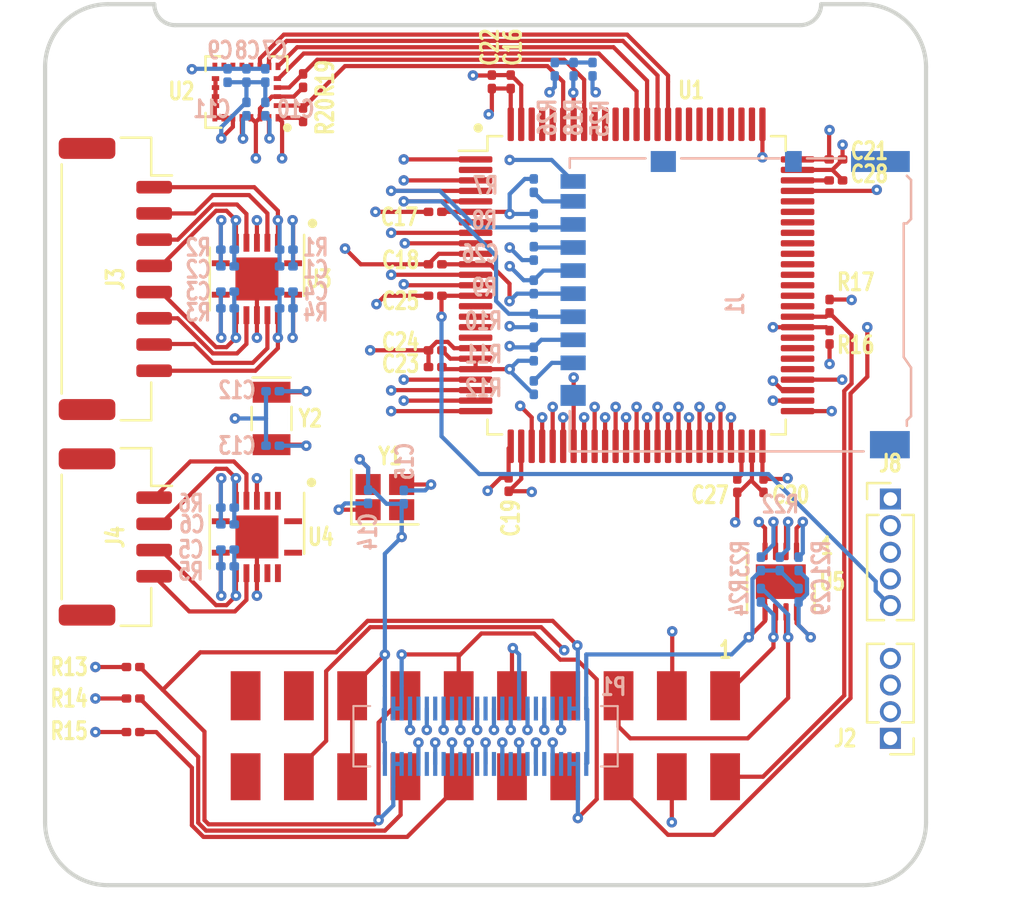
<source format=kicad_pcb>
(kicad_pcb (version 20240108) (generator "pcbnew") (generator_version "8.0")
  (title_block (title "Development of an ADCS for a PocketQube") (date "2023-09-06") (comment 2 "PCB Design") (comment 3 "22619291") (comment 4 "DP Theron"))
  (layers (0 "F.Cu" signal) (1 "In1.Cu" mixed) (2 "In2.Cu" mixed) (31 "B.Cu" signal) (34 "B.Paste" user) (35 "F.Paste" user) (36 "B.SilkS" user "B.Silkscreen") (37 "F.SilkS" user "F.Silkscreen") (38 "B.Mask" user) (39 "F.Mask" user) (44 "Edge.Cuts" user))
  (net 0 "")
  (net 1 "OPA1")
  (net 2 "1-")
  (net 3 "2-")
  (net 4 "OPA2")
  (net 5 "3-")
  (net 6 "OPA3")
  (net 7 "OPA4")
  (net 8 "4-")
  (net 9 "OPA5")
  (net 10 "5-")
  (net 11 "OPA6")
  (net 12 "6-")
  (net 13 "OB GND")
  (net 14 "Net-(U2-C1)")
  (net 15 "OSC_IN")
  (net 16 "OSC_OUT")
  (net 17 "OSC32_IN")
  (net 18 "Net-(U2-CAP)")
  (net 19 "OSC32_OUT")
  (net 20 "NRST")
  (net 21 "SPI NSS")
  (net 22 "SPI MOSI")
  (net 23 "SPI SCK")
  (net 24 "SPI MISO")
  (net 25 "Net-(J1-VSS)")
  (net 26 "OB SDA")
  (net 27 "OB SDB")
  (net 28 "OB SDL")
  (net 29 "OB SCK")
  (net 30 "OB S1_3v3")
  (net 31 "OB S2_3v3")
  (net 32 "OB PPS")
  (net 33 "1+")
  (net 34 "2+")
  (net 35 "3+")
  (net 36 "4+")
  (net 37 "5+")
  (net 38 "6+")
  (net 39 "SCL")
  (net 40 "SDA")
  (net 52 "USART RX")
  (net 53 "RS 485 RE")
  (net 54 "RS 485 DE")
  (net 55 "USART TX")
  (net 56 "DCap")
  (net 57 "Net-(C27-Pad1)")
  (net 60 "Net-(C28-Pad1)")
  (net 61 "Net-(J1-DAT2)")
  (net 62 "Net-(J1-DAT1)")
  (net 66 "OB 3v3")
  (net 71 "A02")
  (net 73 "A04")
  (net 75 "A06")
  (net 81 "A08")
  (net 82 "B02")
  (net 84 "B04")
  (net 86 "B06")
  (net 88 "B08")
  (net 90 "C01")
  (net 92 "C03")
  (net 94 "C05")
  (net 96 "C07")
  (net 98 "C09")
  (net 99 "D01")
  (net 101 "D03")
  (net 103 "D05")
  (net 105 "D07")
  (net 107 "D09")
  (net 108 "SWCLK")
  (net 109 "SWDIO")
  (net 110 "OBS PPS")
  (net 111 "BOOT")
  (net 112 "Net-(R18-Pad1)")
  (net 113 "OB VBat")
  (net 114 "OB 5v")
  (net 115 "OB S1_5v")
  (net 116 "OB S2_5v")
  (net 144 "SAOG")
  (net 145 "SAOM")
  (net 148 "CSAG")
  (net 149 "CSM")
  (footprint "Skripsie:PinHeader_1x05_P1.27mm_Vertical" (layer "F.Cu") (at 169.3 102.59)
    (property "Reference" "J8")
    (property "Value" "Conn_01x05")
  )
  (footprint "Skripsie:C_0201_0603Metric" (layer "F.Cu") (at 147.6 96.3 180)
    (property "Reference" "C23")
    (property "Value" "100n")
  )
  (footprint "Skripsie:C_0201_0603Metric" (layer "F.Cu") (at 151.2 82.7 90)
    (property "Reference" "C16")
    (property "Value" "10u")
  )
  (footprint "Skripsie:MountingHole_2.5mm" (layer "F.Cu") (at 168 118)
    (property "Reference" "H4" (hide yes))
    (property "Value" "MountingHole")
  )
  (footprint "Skripsie:R_0201_0603Metric" (layer "F.Cu") (at 133.2 112.1 180)
    (property "Reference" "R15")
    (property "Value" "0")
  )
  (footprint "Skripsie:C_0201_0603Metric" (layer "F.Cu") (at 147.6 92.9 180)
    (property "Reference" "C25")
    (property "Value" "100n")
  )
  (footprint "Skripsie:R_0201_0603Metric" (layer "F.Cu") (at 166.4 93.4 -90)
    (property "Reference" "R17")
    (property "Value" "4k7")
  )
  (footprint "Skripsie:Texas_S-PVQFN-N14" (layer "F.Cu") (at 139.1 104.4 -90)
    (property "Reference" "U4")
    (property "Value" "OPA4330")
  )
  (footprint "Skripsie:C_0201_0603Metric" (layer "F.Cu") (at 166.7 87.4)
    (property "Reference" "C28")
    (property "Value" "2.2u")
  )
  (footprint "Skripsie:MountingHole_2.5mm" (layer "F.Cu") (at 132 82)
    (property "Reference" "H1" (hide yes))
    (property "Value" "MountingHole")
  )
  (footprint "Skripsie:LQFP-100_14x14mm_P0.5mm" (layer "F.Cu") (at 157.2 92.4)
    (property "Reference" "U1")
    (property "Value" "STM32H723VGT6")
  )
  (footprint "Skripsie:R_0201_0603Metric" (layer "F.Cu") (at 133.2 113.7)
    (property "Reference" "R14")
    (property "Value" "0")
  )
  (footprint "Skripsie:C_0201_0603Metric" (layer "F.Cu") (at 166.7 86.4)
    (property "Reference" "C21")
    (property "Value" "100n")
  )
  (footprint "Skripsie:JST_GH_SM04B-GHS-TB_1x04-1MP_P1.25mm_Horizontal" (layer "F.Cu") (at 132.35 104.4 -90)
    (property "Reference" "J4")
    (property "Value" "Conn_01x04_MountingPin")
  )
  (footprint "Skripsie:C_0201_0603Metric" (layer "F.Cu") (at 147.6 88.9 180)
    (property "Reference" "C17")
    (property "Value" "100n")
  )
  (footprint "Skripsie:PinHeader_1x04_P1.27mm_Vertical" (layer "F.Cu") (at 169.3 114 180)
    (property "Reference" "J2")
    (property "Value" "Conn_01x04")
  )
  (footprint "Skripsie:C_0201_0603Metric" (layer "F.Cu") (at 151.1 101.9 90)
    (property "Reference" "C19")
    (property "Value" "100n")
  )
  (footprint "Skripsie:SAMTEC-SMH-110-02-X-D_SMD" (layer "F.Cu") (at 150 113.9)
    (property "Reference" "J5" (hide yes))
    (property "Value" "Conn_02x10_Top_Bottom" (hide yes))
  )
  (footprint "Skripsie:MountingHole_2.5mm" (layer "F.Cu") (at 168 82)
    (property "Reference" "H2" (hide yes))
    (property "Value" "MountingHole")
  )
  (footprint "Skripsie:C_0201_0603Metric" (layer "F.Cu") (at 147.6 95.5 180)
    (property "Reference" "C24")
    (property "Value" "100n")
  )
  (footprint "Skripsie:R_0201_0603Metric" (layer "F.Cu") (at 141.3 82.645 90)
    (property "Reference" "R19")
    (property "Value" "4k7")
  )
  (footprint "Skripsie:C_0201_0603Metric" (layer "F.Cu") (at 147.6 91.4 180)
    (property "Reference" "C18")
    (property "Value" "100n")
  )
  (footprint "Skripsie:Crystal_SMD_EuroQuartz_X22-4Pin_2.5x2.0mm" (layer "F.Cu") (at 145.2 102.5)
    (property "Reference" "Y1")
    (property "Value" "25 MHz")
  )
  (footprint "Skripsie:C_0201_0603Metric" (layer "F.Cu") (at 163.25 101.955 -90)
    (property "Reference" "C20")
    (property "Value" "100n")
  )
  (footprint "Skripsie:DFN-8-1EP_3x3mm_P0.5mm_EP1.65x2.38mm" (layer "F.Cu") (at 164.075 106.53 -90)
    (property "Reference" "U5")
    (property "Value" "LTC2580HDD")
  )
  (footprint "Skripsie:MountingHole_2.5mm" (layer "F.Cu") (at 132 118)
    (property "Reference" "H3" (hide yes))
    (property "Value" "MountingHole")
  )
  (footprint "Skripsie:Texas_S-PVQFN-N14" (layer "F.Cu") (at 139.1 92.1 -90)
    (property "Reference" "U3")
    (property "Value" "OPA4330")
  )
  (footprint "Skripsie:C_0201_0603Metric" (layer "F.Cu") (at 150.3 82.7 90)
    (property "Reference" "C22")
    (property "Value" "100n")
  )
  (footprint "Skripsie:JST_GH_SM08B-GHS-TB_1x08-1MP_P1.25mm_Horizontal" (layer "F.Cu") (at 132.35 92.1 -90)
    (property "Reference" "J3")
    (property "Value" "Conn_01x08_MountingPin")
  )
  (footprint "Skripsie:Crystal_SMD_EuroQuartz_EQ161-2Pin_3.2x1.5mm" (layer "F.Cu") (at 139.7975 98.75 -90)
    (property "Reference" "Y2")
    (property "Value" "32.768 kHz")
  )
  (footprint "Skripsie:R_0201_0603Metric" (layer "F.Cu") (at 141.3 84.27 90)
    (property "Reference" "R20")
    (property "Value" "4k7")
  )
  (footprint "Skripsie:LGA-24L_3x3.5mm_P0.43mm" (layer "F.Cu") (at 138.6 83.19 180)
    (property "Reference" "U2")
    (property "Value" "LSM9DS1TR")
  )
  (footprint "Skripsie:R_0201_0603Metric" (layer "F.Cu") (at 133.2 110.6 180)
    (property "Reference" "R13")
    (property "Value" "0")
  )
  (footprint "Skripsie:C_0201_0603Metric" (layer "F.Cu") (at 162 101.955 -90)
    (property "Reference" "C27")
    (property "Value" "2.2u")
  )
  (footprint "Skripsie:R_0201_0603Metric" (layer "F.Cu") (at 166.4 94.88 90)
    (property "Reference" "R16")
    (property "Value" "4k7")
  )
  (footprint "Skripsie:R_0201_0603Metric" (layer "B.Cu") (at 153.3 82.1 -90)
    (property "Reference" "R26")
    (property "Value" "0")
  )
  (footprint "Skripsie:R_0201_0603Metric" (layer "B.Cu") (at 154.2 82.1 -90)
    (property "Reference" "R18")
    (property "Value" "4k7")
  )
  (footprint "Skripsie:R_0201_0603Metric" (layer "B.Cu") (at 137.7 90.7 180)
    (property "Reference" "R2")
    (property "Value" "560")
  )
  (footprint "Skripsie:C_0201_0603Metric" (layer "B.Cu") (at 152.3 90.88 -90)
    (property "Reference" "C26")
    (property "Value" "10u")
  )
  (footprint "Skripsie:R_0201_0603Metric" (layer "B.Cu") (at 140.5 90.7 180)
    (property "Reference" "R1")
    (property "Value" "560")
  )
  (footprint "Skripsie:C_0201_0603Metric" (layer "B.Cu") (at 137.7 105)
    (property "Reference" "C5")
    (property "Value" "150p")
  )
  (footprint "Skripsie:C_0201_0603Metric" (layer "B.Cu") (at 146.1 102.5 90)
    (property "Reference" "C15")
    (property "Value" "27p")
  )
  (footprint "Skripsie:R_0201_0603Metric" (layer "B.Cu") (at 152.3 95.68 90)
    (property "Reference" "R11")
    (property "Value" "4k7")
  )
  (footprint "Skripsie:R_0201_0603Metric" (layer "B.Cu") (at 137.7 103)
    (property "Reference" "R6")
    (property "Value" "560")
  )
  (footprint "Skripsie:C_0201_0603Metric" (layer "B.Cu") (at 138.6 82.4 -90)
    (property "Reference" "C8")
    (property "Value" "10u")
  )
  (footprint "Skripsie:R_0201_0603Metric" (layer "B.Cu") (at 137.7 93.5 180)
    (property "Reference" "R3")
    (property "Value" "560")
  )
  (footprint "Skripsie:C_0201_0603Metric" (layer "B.Cu") (at 137.7 92.7 180)
    (property "Reference" "C3")
    (property "Value" "150p")
  )
  (footprint "Skripsie:C_0201_0603Metric" (layer "B.Cu") (at 140.5 92.7 180)
    (property "Reference" "C4")
    (property "Value" "150p")
  )
  (footprint "Skripsie:R_0201_0603Metric" (layer "B.Cu") (at 152.3 97.28 90)
    (property "Reference" "R12")
    (property "Value" "4k7")
  )
  (footprint "Skripsie:microSD_HC_Hirose_DM3AT-SF-PEJM5" (layer "B.Cu") (at 161.9 93.325 -90)
    (property "Reference" "J1")
    (property "Value" "Micro_SD_Card")
  )
  (footprint "Skripsie:C_0201_0603Metric" (layer "B.Cu") (at 137.7 91.5 180)
    (property "Reference" "C2")
    (property "Value" "150p")
  )
  (footprint "Skripsie:C_0201_0603Metric" (layer "B.Cu") (at 139.5 84 90)
    (property "Reference" "C10")
    (property "Value" "100n")
  )
  (footprint "Skripsie:R_0201_0603Metric" (layer "B.Cu") (at 152.3 87.65 -90)
    (property "Reference" "R7")
    (property "Value" "4k7")
  )
  (footprint "Skripsie:C_0201_0603Metric" (layer "B.Cu") (at 139.8525 100.05)
    (property "Reference" "C13")
    (property "Value" "2p")
  )
  (footprint "Skripsie:R_0201_0603Metric" (layer "B.Cu") (at 152.3 92.48 90)
    (property "Reference" "R9")
    (property "Value" "4k7")
  )
  (footprint "Skripsie:R_0201_0603Metric" (layer "B.Cu") (at 137.7 105.8)
    (property "Reference" "R5")
    (property "Value" "560")
  )
  (footprint "Skripsie:R_0201_0603Metric" (layer "B.Cu") (at 152.3 94.08 90)
    (property "Reference" "R10")
    (property "Value" "4k7")
  )
  (footprint "Skripsie:R_0201_0603Metric" (layer "B.Cu") (at 164.925 105.68 90)
    (property "Reference" "R21")
    (property "Value" "4k7")
  )
  (footprint "Skripsie:C_0201_0603Metric" (layer "B.Cu") (at 137.7 82.4 -90)
    (property "Reference" "C9")
    (property "Value" "100n")
  )
  (footprint "Skripsie:C_0201_0603Metric" (layer "B.Cu") (at 139.5 82.4 90)
    (property "Reference" "C7")
    (property "Value" "100n")
  )
  (footprint "Skripsie:R_0201_0603Metric" (layer "B.Cu") (at 155.1 82.1 90)
    (property "Reference" "R25")
    (property "Value" "0")
  )
  (footprint "Skripsie:R_0201_0603Metric" (layer "B.Cu") (at 164.025 105.68 -90)
    (property "Reference" "R22")
    (property "Value" "4k7")
  )
  (footprint "Skripsie:C_0201_0603Metric" (layer "B.Cu") (at 144.4 102.48 -90)
    (property "Reference" "C14")
    (property "Value" "27p")
  )
  (footprint "Skripsie:C_0201_0603Metric" (layer "B.Cu") (at 139.8525 97.45)
    (property "Reference" "C12")
    (property "Value" "2p")
  )
  (footprint "Skripsie:C_0201_0603Metric" (layer "B.Cu") (at 164.925 107.18 90)
    (property "Reference" "C29")
    (property "Value" "100n")
  )
  (footprint "Skripsie:HRS_DF40C-50DS-0.4V(51)" (layer "B.Cu") (at 150 113.9 180)
    (property "Reference" "P1")
    (property "Value" "DF40C-50DS-0.4V(51)")
  )
  (footprint "Skripsie:R_0201_0603Metric" (layer "B.Cu") (at 163.125 107.18 90)
    (property "Reference" "R24")
    (property "Value" "56")
  )
  (footprint "Skripsie:R_0201_0603Metric" (layer "B.Cu") (at 140.5 93.5 180)
    (property "Reference" "R4")
    (property "Value" "560")
  )
  (footprint "Skripsie:C_0201_0603Metric" (layer "B.Cu") (at 137.7 103.8)
    (property "Reference" "C6")
    (property "Value" "150p")
  )
  (footprint "Skripsie:C_0201_0603Metric" (layer "B.Cu") (at 140.5 91.5 180)
    (property "Reference" "C1")
    (property "Value" "150p")
  )
  (footprint "Skripsie:C_0201_0603Metric" (layer "B.Cu") (at 138.6 84 -90)
    (property "Reference" "C11")
    (property "Value" "10n")
  )
  (footprint "Skripsie:R_0201_0603Metric" (layer "B.Cu") (at 152.3 89.32 -90)
    (property "Reference" "R8")
    (property "Value" "4k7")
  )
  (footprint "Skripsie:R_0201_0603Metric" (layer "B.Cu") (at 163.125 105.68 -90)
    (property "Reference" "R23")
    (property "Value" "4k7")
  )
  (gr_circle (center 141.7 101.8) (end 141.85 101.8) (stroke (width 0.15)) (fill solid) (layer "F.SilkS"))
  (gr_circle (center 149.65 84.9) (end 149.8 84.9) (stroke (width 0.15)) (fill solid) (layer "F.SilkS"))
  (gr_circle (center 141.75 89.45) (end 141.9 89.45) (stroke (width 0.15)) (fill solid) (layer "F.SilkS"))
  (gr_line (start 135.203553 80) (end 164.996446 80) (stroke (width 0.2)) (layer "Edge.Cuts"))
  (gr_line (start 129 82) (end 129 118) (stroke (width 0.2)) (layer "Edge.Cuts"))
  (gr_arc (start 171 118) (mid 170.121321 120.121321) (end 168 121) (stroke (width 0.2)) (layer "Edge.Cuts"))
  (gr_line (start 132 79) (end 134.203553 79) (stroke (width 0.2)) (layer "Edge.Cuts"))
  (gr_line (start 166 79) (end 168 79) (stroke (width 0.2)) (layer "Edge.Cuts"))
  (gr_line (start 171 118) (end 171 82) (stroke (width 0.2)) (layer "Edge.Cuts"))
  (gr_arc (start 132 121) (mid 129.878679 120.121321) (end 129 118) (stroke (width 0.2)) (layer "Edge.Cuts"))
  (gr_arc (start 168 79) (mid 170.121321 79.878679) (end 171 82) (stroke (width 0.2)) (layer "Edge.Cuts"))
  (gr_arc (start 129 82) (mid 129.878679 79.878679) (end 132 79) (stroke (width 0.2)) (layer "Edge.Cuts"))
  (gr_arc (start 166 79) (mid 165.707107 79.707106) (end 165 80) (stroke (width 0.2)) (layer "Edge.Cuts"))
  (gr_line (start 132 121) (end 168 121) (stroke (width 0.2)) (layer "Edge.Cuts"))
  (gr_arc (start 135.203553 80) (mid 134.498736 79.705856) (end 134.207094 79) (stroke (width 0.2)) (layer "Edge.Cuts"))
  (gr_text "1" (at 161.05 110.25 0) (layer "F.SilkS") (effects (font (size 0.8 0.6)) (justify left bottom)))
  (gr_text "1" (at 165.9 105.3 0) (layer "F.SilkS") (effects (font (size 0.8 0.6)) (justify left bottom)))
  (segment (start 140.825 89.325) (end 140.8 89.3) (width 0.2) (layer "F.Cu") (net 1))
  (segment (start 146.1 96.9) (end 149.525 96.9) (width 0.2) (layer "F.Cu") (net 1))
  (segment (start 140.825 91.35) (end 140.825 89.325) (width 0.2) (layer "F.Cu") (net 1))
  (via (at 140.8 89.3) (size 0.5) (drill 0.2) (layers "F.Cu" "B.Cu") (net 1))
  (via (at 146.1 96.9) (size 0.5) (drill 0.2) (layers "F.Cu" "B.Cu") (net 1))
  (segment (start 140.82 91.5) (end 140.82 90.7) (width 0.2) (layer "B.Cu") (net 1))
  (segment (start 140.82 90.7) (end 140.82 89.32) (width 0.2) (layer "B.Cu") (net 1))
  (segment (start 140.82 89.32) (end 140.8 89.3) (width 0.2) (layer "B.Cu") (net 1))
  (segment (start 140.1 88.85) (end 138.975 87.725) (width 0.2) (layer "F.Cu") (net 2))
  (segment (start 140.1 89.3) (end 140.1 88.85) (width 0.2) (layer "F.Cu") (net 2))
  (segment (start 138.975 87.725) (end 134.2 87.725) (width 0.2) (layer "F.Cu") (net 2))
  (segment (start 140.1 90.375) (end 140.1 89.3) (width 0.2) (layer "F.Cu") (net 2))
  (via (at 140.1 89.3) (size 0.5) (drill 0.2) (layers "F.Cu" "B.Cu") (net 2))
  (segment (start 140.18 89.38) (end 140.1 89.3) (width 0.2) (layer "B.Cu") (net 2))
  (segment (start 140.18 90.7) (end 140.18 89.38) (width 0.2) (layer "B.Cu") (net 2))
  (segment (start 140.18 91.5) (end 140.18 90.7) (width 0.2) (layer "B.Cu") (net 2))
  (segment (start 138.1 89.3) (end 137.65 88.85) (width 0.2) (layer "F.Cu") (net 3))
  (segment (start 134.525 91.475) (end 134.2 91.475) (width 0.2) (layer "F.Cu") (net 3))
  (segment (start 137.65 88.85) (end 137.15 88.85) (width 0.2) (layer "F.Cu") (net 3))
  (segment (start 138.1 90.375) (end 138.1 89.3) (width 0.2) (layer "F.Cu") (net 3))
  (segment (start 137.15 88.85) (end 134.525 91.475) (width 0.2) (layer "F.Cu") (net 3))
  (via (at 138.1 89.3) (size 0.5) (drill 0.2) (layers "F.Cu" "B.Cu") (net 3))
  (segment (start 138.02 91.5) (end 138.02 90.7) (width 0.2) (layer "B.Cu") (net 3))
  (segment (start 138.02 90.7) (end 138.02 89.38) (width 0.2) (layer "B.Cu") (net 3))
  (segment (start 138.02 89.38) (end 138.1 89.3) (width 0.2) (layer "B.Cu") (net 3))
  (segment (start 137.375 89.325) (end 137.4 89.3) (width 0.2) (layer "F.Cu") (net 4))
  (segment (start 145.5 97.414069) (end 145.514069 97.4) (width 0.2) (layer "F.Cu") (net 4))
  (segment (start 145.514069 97.4) (end 149.525 97.4) (width 0.2) (layer "F.Cu") (net 4))
  (segment (start 137.375 91.35) (end 137.375 89.325) (width 0.2) (layer "F.Cu") (net 4))
  (via (at 145.5 97.414069) (size 0.5) (drill 0.2) (layers "F.Cu" "B.Cu") (net 4))
  (via (at 137.4 89.3) (size 0.5) (drill 0.2) (layers "F.Cu" "B.Cu") (net 4))
  (segment (start 137.38 91.5) (end 137.38 90.7) (width 0.2) (layer "B.Cu") (net 4))
  (segment (start 137.38 90.7) (end 137.38 89.32) (width 0.2) (layer "B.Cu") (net 4))
  (segment (start 137.38 89.32) (end 137.4 89.3) (width 0.2) (layer "B.Cu") (net 4))
  (segment (start 137.15 95.35) (end 134.525 92.725) (width 0.2) (layer "F.Cu") (net 5))
  (segment (start 138.1 93.825) (end 138.1 94.9) (width 0.2) (layer "F.Cu") (net 5))
  (segment (start 137.65 95.35) (end 137.15 95.35) (width 0.2) (layer "F.Cu") (net 5))
  (segment (start 134.525 92.725) (end 134.2 92.725) (width 0.2) (layer "F.Cu") (net 5))
  (segment (start 138.1 94.9) (end 137.65 95.35) (width 0.2) (layer "F.Cu") (net 5))
  (via (at 138.1 94.9) (size 0.5) (drill 0.2) (layers "F.Cu" "B.Cu") (net 5))
  (segment (start 138.02 93.5) (end 138.02 94.82) (width 0.2) (layer "B.Cu") (net 5))
  (segment (start 138.02 92.7) (end 138.02 93.5) (width 0.2) (layer "B.Cu") (net 5))
  (segment (start 138.02 94.82) (end 138.1 94.9) (width 0.2) (layer "B.Cu") (net 5))
  (segment (start 137.375 94.875) (end 137.4 94.9) (width 0.2) (layer "F.Cu") (net 6))
  (segment (start 137.375 92.85) (end 137.375 94.875) (width 0.2) (layer "F.Cu") (net 6))
  (segment (start 146.1 97.9) (end 149.525 97.9) (width 0.2) (layer "F.Cu") (net 6))
  (via (at 146.1 97.9) (size 0.5) (drill 0.2) (layers "F.Cu" "B.Cu") (net 6))
  (via (at 137.4 94.9) (size 0.5) (drill 0.2) (layers "F.Cu" "B.Cu") (net 6))
  (segment (start 137.38 92.7) (end 137.38 93.5) (width 0.2) (layer "B.Cu") (net 6))
  (segment (start 137.38 93.5) (end 137.38 94.88) (width 0.2) (layer "B.Cu") (net 6))
  (segment (start 137.38 94.88) (end 137.4 94.9) (width 0.2) (layer "B.Cu") (net 6))
  (segment (start 145.5 98.4) (end 149.525 98.4) (width 0.2) (layer "F.Cu") (net 7))
  (segment (start 140.825 94.875) (end 140.8 94.9) (width 0.2) (layer "F.Cu") (net 7))
  (segment (start 140.825 92.85) (end 140.825 94.875) (width 0.2) (layer "F.Cu") (net 7))
  (via (at 145.5 98.4) (size 0.5) (drill 0.2) (layers "F.Cu" "B.Cu") (net 7))
  (via (at 140.8 94.9) (size 0.5) (drill 0.2) (layers "F.Cu" "B.Cu") (net 7))
  (segment (start 140.82 94.88) (end 140.8 94.9) (width 0.2) (layer "B.Cu") (net 7))
  (segment (start 140.82 93.5) (end 140.82 94.88) (width 0.2) (layer "B.Cu") (net 7))
  (segment (start 140.82 92.7) (end 140.82 93.5) (width 0.2) (layer "B.Cu") (net 7))
  (segment (start 140.1 95.4) (end 139.025 96.475) (width 0.2) (layer "F.Cu") (net 8))
  (segment (start 139.025 96.475) (end 134.2 96.475) (width 0.2) (layer "F.Cu") (net 8))
  (segment (start 140.1 94.9) (end 140.1 95.4) (width 0.2) (layer "F.Cu") (net 8))
  (segment (start 140.1 93.825) (end 140.1 94.9) (width 0.2) (layer "F.Cu") (net 8))
  (via (at 140.1 94.9) (size 0.5) (drill 0.2) (layers "F.Cu" "B.Cu") (net 8))
  (segment (start 140.18 92.7) (end 140.18 93.5) (width 0.2) (layer "B.Cu") (net 8))
  (segment (start 140.18 93.5) (end 140.18 94.82) (width 0.2) (layer "B.Cu") (net 8))
  (segment (start 140.18 94.82) (end 140.1 94.9) (width 0.2) (layer "B.Cu") (net 8))
  (segment (start 152.7 98.7) (end 152.7 100.075) (width 0.2) (layer "F.Cu") (net 9))
  (segment (start 137.375 105.15) (end 137.375 107.175) (width 0.2) (layer "F.Cu") (net 9))
  (segment (start 137.375 107.175) (end 137.4 107.2) (width 0.2) (layer "F.Cu") (net 9))
  (via (at 137.4 107.2) (size 0.5) (drill 0.2) (layers "F.Cu" "B.Cu") (net 9))
  (via (at 152.7 98.7) (size 0.5) (drill 0.2) (layers "F.Cu" "B.Cu") (net 9))
  (segment (start 137.38 107.18) (end 137.4 107.2) (width 0.2) (layer "B.Cu") (net 9))
  (segment (start 137.38 105) (end 137.38 105.8) (width 0.2) (layer "B.Cu") (net 9))
  (segment (start 137.38 105.8) (end 137.38 107.18) (width 0.2) (layer "B.Cu") (net 9))
  (segment (start 137.65 107.65) (end 137.15 107.65) (width 0.2) (layer "F.Cu") (net 10))
  (segment (start 134.525 105.025) (end 134.2 105.025) (width 0.2) (layer "F.Cu") (net 10))
  (segment (start 137.15 107.65) (end 134.525 105.025) (width 0.2) (layer "F.Cu") (net 10))
  (segment (start 138.1 107.2) (end 137.65 107.65) (width 0.2) (layer "F.Cu") (net 10))
  (segment (start 138.1 106.125) (end 138.1 107.2) (width 0.2) (layer "F.Cu") (net 10))
  (via (at 138.1 107.2) (size 0.5) (drill 0.2) (layers "F.Cu" "B.Cu") (net 10))
  (segment (start 138.02 105.8) (end 138.02 107.12) (width 0.2) (layer "B.Cu") (net 10))
  (segment (start 138.02 107.12) (end 138.1 107.2) (width 0.2) (layer "B.Cu") (net 10))
  (segment (start 138.02 105.8) (end 138.02 105) (width 0.2) (layer "B.Cu") (net 10))
  (segment (start 137.375 103.65) (end 137.375 101.625) (width 0.2) (layer "F.Cu") (net 11))
  (segment (start 137.375 101.625) (end 137.4 101.6) (width 0.2) (layer "F.Cu") (net 11))
  (segment (start 152.2 98.7) (end 152.2 100.075) (width 0.2) (layer "F.Cu") (net 11))
  (segment (start 151.65 98.15) (end 152.2 98.7) (width 0.2) (layer "F.Cu") (net 11))
  (via (at 137.4 101.6) (size 0.5) (drill 0.2) (layers "F.Cu" "B.Cu") (net 11))
  (via (at 151.65 98.15) (size 0.5) (drill 0.2) (layers "F.Cu" "B.Cu") (net 11))
  (segment (start 137.38 103) (end 137.38 101.62) (width 0.2) (layer "B.Cu") (net 11))
  (segment (start 137.38 101.62) (end 137.4 101.6) (width 0.2) (layer "B.Cu") (net 11))
  (segment (start 137.38 103) (end 137.38 103.8) (width 0.2) (layer "B.Cu") (net 11))
  (segment (start 134.525 103.775) (end 134.2 103.775) (width 0.2) (layer "F.Cu") (net 12))
  (segment (start 137.65 101.15) (end 137.15 101.15) (width 0.2) (layer "F.Cu") (net 12))
  (segment (start 138.1 102.675) (end 138.1 101.6) (width 0.2) (layer "F.Cu") (net 12))
  (segment (start 137.15 101.15) (end 134.525 103.775) (width 0.2) (layer "F.Cu") (net 12))
  (segment (start 138.1 101.6) (end 137.65 101.15) (width 0.2) (layer "F.Cu") (net 12))
  (via (at 138.1 101.6) (size 0.5) (drill 0.2) (layers "F.Cu" "B.Cu") (net 12))
  (segment (start 138.02 101.68) (end 138.1 101.6) (width 0.2) (layer "B.Cu") (net 12))
  (segment (start 138.02 103) (end 138.02 103.8) (width 0.2) (layer "B.Cu") (net 12))
  (segment (start 138.02 103) (end 138.02 101.68) (width 0.2) (layer "B.Cu") (net 12))
  (segment (start 145.2 92.9) (end 147.28 92.9) (width 0.2) (layer "F.Cu") (net 13))
  (segment (start 162.7 100.075) (end 162.7 101.659264) (width 0.2) (layer "F.Cu") (net 13))
  (segment (start 143.64 111.97) (end 143.64 111.565566) (width 0.2) (layer "F.Cu") (net 13))
  (segment (start 137.955 84.415) (end 137.525 84.415) (width 0.2) (layer "F.Cu") (net 13))
  (segment (start 139.1 93.825) (end 139.1 94.9) (width 0.2) (layer "F.Cu") (net 13))
  (segment (start 139.1 106.125) (end 139.1 107.2) (width 0.2) (layer "F.Cu") (net 13))
  (segment (start 144.05 91.4) (end 143.3 90.65) (width 0.2) (layer "F.Cu") (net 13))
  (segment (start 137.095 83.865) (end 137.125 83.835) (width 0.2) (layer "F.Cu") (net 13))
  (segment (start 147.28 96.3) (end 147.28 95.5) (width 0.2) (layer "F.Cu") (net 13))
  (segment (start 163.325 107.28) (end 164.075 106.53) (width 0.2) (layer "F.Cu") (net 13))
  (segment (start 137.4 85.4) (end 137.955 84.845) (width 0.2) (layer "F.Cu") (net 13))
  (segment (start 137.955 84.845) (end 137.955 84.415) (width 0.2) (layer "F.Cu") (net 13))
  (segment (start 167.02 85.7) (end 167.02 86.4) (width 0.2) (layer "F.Cu") (net 13))
  (segment (start 163.325 107.98) (end 163.325 107.28) (width 0.2) (layer "F.Cu") (net 13))
  (segment (start 147.28 88.9) (end 144.75 88.9) (width 0.2) (layer "F.Cu") (net 13))
  (segment (start 149.4 82.4) (end 150.265736 82.4) (width 0.2) (layer "F.Cu") (net 13))
  (segment (start 143.64 111.565566) (end 145.2 110.005566) (width 0.2) (layer "F.Cu") (net 13))
  (segment (start 162.55 109.18) (end 163.325 108.405) (width 0.2) (layer "F.Cu") (net 13))
  (segment (start 162.7 101.739264) (end 163.235736 102.275) (width 0.2) (layer "F.Cu") (net 13))
  (segment (start 147.28 95.485736) (end 147.665736 95.1) (width 0.2) (layer "F.Cu") (net 13))
  (segment (start 151.1 101.58) (end 150.72 101.58) (width 0.2) (layer "F.Cu") (net 13))
  (segment (start 162 103.6) (end 161.9 103.7) (width 0.2) (layer "F.Cu") (net 13))
  (segment (start 167.02 86.414264) (end 167.02 86.4) (width 0.2) (layer "F.Cu") (net 13))
  (segment (start 144.8 93.3) (end 145.2 92.9) (width 0.2) (layer "F.Cu") (net 13))
  (segment (start 139.1 92.1) (end 139.1 93.825) (width 0.2) (layer "F.Cu") (net 13))
  (segment (start 148.5 95.4) (end 149.525 95.4) (width 0.2) (layer "F.Cu") (net 13))
  (segment (start 150.265736 82.4) (end 150.285736 82.38) (width 0.2) (layer "F.Cu") (net 13))
  (segment (start 147.765736 90.9) (end 147.28 91.385736) (width 0.2) (layer "F.Cu") (net 13))
  (segment (start 151.7 82.865736) (end 151.214264 82.38) (width 0.2) (layer "F.Cu") (net 13))
  (segment (start 164.875 86.9) (end 166.534264 86.9) (width 0.2) (layer "F.Cu") (net 13))
  (segment (start 151.7 84.725) (end 151.7 82.865736) (width 0.2) (layer "F.Cu") (net 13))
  (segment (start 162.7 101.659264) (end 162.7 101.739264) (width 0.2) (layer "F.Cu") (net 13))
  (segment (start 151.1 100.175) (end 151.2 100.075) (width 0.2) (layer "F.Cu") (net 13))
  (segment (start 147.665736 95.1) (end 148.2 95.1) (width 0.2) (layer "F.Cu") (net 13))
  (segment (start 148.2 95.1) (end 148.5 95.4) (width 0.2) (layer "F.Cu") (net 13))
  (segment (start 137.525 84.415) (end 137.095 84.415) (width 0.2) (layer "F.Cu") (net 13))
  (segment (start 150.72 101.58) (end 150.1 102.2) (width 0.2) (layer "F.Cu") (net 13))
  (segment (start 146 103.1) (end 146 104.4) (width 0.2) (layer "F.Cu") (net 13))
  (segment (start 150.285736 82.38) (end 150.3 82.38) (width 0.2) (layer "F.Cu") (net 13))
  (segment (start 149.525 90.9) (end 147.765736 90.9) (width 0.2) (layer "F.Cu") (net 13))
  (segment (start 158.9 108.9) (end 158.9 111.95) (width 0.2) (layer "F.Cu") (net 13))
  (segment (start 158.9 111.95) (end 158.88 111.97) (width 0.2) (layer "F.Cu") (net 13))
  (segment (start 167.02 87.385736) (end 167.02 87.4) (width 0.2) (layer "F.Cu") (net 13))
  (segment (start 144.4 101.9) (end 144.4 101.1005) (width 0.2) (layer "F.Cu") (net 13))
  (segment (start 158.88 118) (end 158.88 115.831) (width 0.2) (layer "F.Cu") (net 13))
  (segment (start 144.4 101.1005) (end 144 100.7005) (width 0.2) (layer "F.Cu") (net 13))
  (segment (start 166.534264 86.9) (end 167.02 86.414264) (width 0.2) (layer "F.Cu") (net 13))
  (segment (start 147.28 91.4) (end 144.05 91.4) (width 0.2) (layer "F.Cu") (net 13))
  (segment (start 147.28 95.5) (end 144.5 95.5) (width 0.2) (layer "F.Cu") (net 13))
  (segment (start 151.1 101.58) (end 151.1 100.175) (width 0.2) (layer "F.Cu") (net 13))
  (segment (start 163.235736 102.275) (end 163.25 102.275) (width 0.2) (layer "F.Cu") (net 13))
  (segment (start 147.28 91.385736) (end 147.28 91.4) (width 0.2) (layer "F.Cu") (net 13))
  (segment (start 151.214264 82.38) (end 151.2 82.38) (width 0.2) (layer "F.Cu") (net 13))
  (segment (start 151.2 82.38) (end 150.3 82.38) (width 0.2) (layer "F.Cu") (net 13))
  (segment (start 162.084264 102.275) (end 162 102.275) (width 0.2) (layer "F.Cu") (net 13))
  (segment (start 162 102.275) (end 162 103.6) (width 0.2) (layer "F.Cu") (net 13))
  (segment (start 162.7 101.659264) (end 162.084264 102.275) (width 0.2) (layer "F.Cu") (net 13))
  (segment (start 137.125 83.835) (end 137.125 83.405) (width 0.2) (layer "F.Cu") (net 13))
  (segment (start 137.125 82.545) (end 137.125 82.975) (width 0.2) (layer "F.Cu") (net 13))
  (segment (start 137.095 84.415) (end 137.095 83.865) (width 0.2) (layer "F.Cu") (net 13))
  (segment (start 143.64 111.97) (end 143.64 115.831) (width 0.2) (layer "F.Cu") (net 13))
  (segment (start 166.534264 86.9) (end 167.02 87.385736) (width 0.2) (layer "F.Cu") (net 13))
  (segment (start 147.28 95.5) (end 147.28 95.485736) (width 0.2) (layer "F.Cu") (net 13))
  (segment (start 137.125 82.975) (end 137.125 83.405) (width 0.2) (layer "F.Cu") (net 13))
  (segment (start 163.325 108.405) (end 163.325 107.98) (width 0.2) (layer "F.Cu") (net 13))
  (segment (start 139.1 104.4) (end 139.1 106.125) (width 0.2) (layer "F.Cu") (net 13))
  (via (at 161.9 103.7) (size 0.5) (drill 0.2) (layers "F.Cu" "B.Cu") (net 13))
  (via (at 139.1 107.2) (size 0.5) (drill 0.2) (layers "F.Cu" "B.Cu") (net 13))
  (via (at 137.4 85.4) (size 0.5) (drill 0.2) (layers "F.Cu" "B.Cu") (net 13))
  (via (at 158.88 118) (size 0.5) (drill 0.2) (layers "F.Cu" "B.Cu") (net 13))
  (via (at 149.4 82.4) (size 0.5) (drill 0.2) (layers "F.Cu" "B.Cu") (net 13))
  (via (at 153.05 83.2) (size 0.5) (drill 0.2) (layers "F.Cu" "B.Cu") (net 13))
  (via (at 139.1 94.9) (size 0.5) (drill 0.2) (layers "F.Cu" "B.Cu") (net 13))
  (via (at 158.9 108.9) (size 0.5) (drill 0.2) (layers "F.Cu" "B.Cu") (net 13))
  (via (at 162.55 109.18) (size 0.5) (drill 0.2) (layers "F.Cu" "B.Cu") (net 13))
  (via (at 167.02 85.7) (size 0.5) (drill 0.2) (layers "F.Cu" "B.Cu") (net 13))
  (via (at 150.1 102.2) (size 0.5) (drill 0.2) (layers "F.Cu" "B.Cu") (net 13))
  (via (at 144.5 95.5) (size 0.5) (drill 0.2) (layers "F.Cu" "B.Cu") (net 13))
  (via (at 145.2 110.005566) (size 0.5) (drill 0.2) (layers "F.Cu" "B.Cu") (net 13))
  (via (at 146 104.4) (size 0.5) (drill 0.2) (layers "F.Cu" "B.Cu") (net 13))
  (via (at 144 100.7005) (size 0.5) (drill 0.2) (layers "F.Cu" "B.Cu") (net 13))
  (via (at 144.75 88.9) (size 0.5) (drill 0.2) (layers "F.Cu" "B.Cu") (net 13))
  (via (at 151.15 90.6) (size 0.5) (drill 0.2) (layers "F.Cu" "B.Cu") (net 13))
  (via (at 151.15 86.425) (size 0.5) (drill 0.2) (layers "F.Cu" "B.Cu") (net 13))
  (via (at 144.8 93.3) (size 0.5) (drill 0.2) (layers "F.Cu" "B.Cu") (net 13))
  (via (at 138.0525 98.75) (size 0.5) (drill 0.2) (layers "F.Cu" "B.Cu") (net 13))
  (via (at 143.3 90.65) (size 0.5) (drill 0.2) (layers "F.Cu" "B.Cu") (net 13))
  (segment (start 154.8 110) (end 154.8 112.58) (width 0.2) (layer "B.Cu") (net 13))
  (segment (start 162.725 109.005) (end 162.725 106.4) (width 0.2) (layer "B.Cu") (net 13))
  (segment (start 154.85 115.17) (end 154.8 115.22) (width 0.2) (layer "B.Cu") (net 13))
  (segment (start 146 102.92) (end 146.1 102.82) (width 0.2) (layer "B.Cu") (net 13))
  (segment (start 164.885 106.86) (end 164.025 106) (width 0.2) (layer "B.Cu") (net 13))
  (segment (start 163.125 106) (end 164.025 106) (width 0.2) (layer "B.Cu") (net 13))
  (segment (start 137.4 85.4) (end 137.4 84.865736) (width 0.2) (layer "B.Cu") (net 13))
  (segment (start 146 104.4) (end 145.2 105.2) (width 0.2) (layer "B.Cu") (net 13))
  (segment (start 162.55 109.18) (end 161.73 110) (width 0.2) (layer "B.Cu") (net 13))
  (segment (start 153.3 82.42) (end 153.3 82.95) (width 0.2) (layer "B.Cu") (net 13))
  (segment (start 153.3 82.95) (end 153.05 83.2) (width 0.2) (layer "B.Cu") (net 13))
  (segment (start 137.4 84.865736) (end 138.585736 83.68) (width 0.2) (layer "B.Cu") (net 13))
  (segment (start 146.1 102.82) (end 145.28 102.82) (width 0.2) (layer "B.Cu") (net 13))
  (segment (start 145.15 112.63) (end 145.15 114.15) (width 0.2) (layer "B.Cu") (net 13))
  (segment (start 145.2 111.5) (end 145.2 110.005566) (width 0.2) (layer "B.Cu") (net 13))
  (segment (start 162.725 106.4) (end 163.125 106) (width 0.2) (layer "B.Cu") (net 13))
  (segment (start 138.585736 83.68) (end 138.6 83.68) (width 0.2) (layer "B.Cu") (net 13))
  (segment (start 139.5 82.72) (end 138.6 82.72) (width 0.2) (layer "B.Cu") (net 13))
  (segment (start 138.6 82.72) (end 138.6 83.68) (width 0.2) (layer "B.Cu") (net 13))
  (segment (start 145.28 102.82) (end 144.62 102.16) (width 0.2) (layer "B.Cu") (net 13))
  (segment (start 154.8 112.58) (end 154.85 112.63) (width 0.2) (layer "B.Cu") (net 13))
  (segment (start 139.5325 98.75) (end 139.5325 100.05) (width 0.2) (layer "B.Cu") (net 13))
  (segment (start 145.2 115.22) (end 145.2 114.2) (width 0.2) (layer "B.Cu") (net 13))
  (segment (start 153.15 86.425) (end 154.175 87.45) (width 0.2) (layer "B.Cu") (net 13))
  (segment (start 139.5325 97.45) (end 139.5325 98.75) (width 0.2) (layer "B.Cu") (net 13))
  (segment (start 151.15 90.6) (end 151.75 91.2) (width 0.2) (layer "B.Cu") (net 13))
  (segment (start 138.6 82.72) (end 137.7 82.72) (width 0.2) (layer "B.Cu") (net 13))
  (segment (start 145.2 105.2) (end 145.2 110.005566) (width 0.2) (layer "B.Cu") (net 13))
  (segment (start 144.4 102.16) (end 144.4 101.1005) (width 0.2) (layer "B.Cu") (net 13))
  (segment (start 151.15 86.425) (end 153.15 86.425) (width 0.2) (layer "B.Cu") (net 13))
  (segment (start 154.85 112.63) (end 154.85 115.17) (width 0.2) (layer "B.Cu") (net 13))
  (segment (start 145.2 112.58) (end 145.2 111.5) (width 0.2) (layer "B.Cu") (net 13))
  (segment (start 144.62 102.16) (end 144.4 102.16) (width 0.2) (layer "B.Cu") (net 13))
  (segment (start 144.4 101.1005) (end 144 100.7005) (width 0.2) (layer "B.Cu") (net 13))
  (segment (start 151.75 91.2) (end 152.3 91.2) (width 0.2) (layer "B.Cu") (net 13))
  (segment (start 139.5 83.68) (end 139.5 82.72) (width 0.2) (layer "B.Cu") (net 13))
  (segment (start 145.15 114.15) (end 145.2 114.2) (width 0.2) (layer "B.Cu") (net 13))
  (segment (start 146 104.4) (end 146 102.92) (width 0.2) (layer "B.Cu") (net 13))
  (segment (start 162.55 109.18) (end 162.725 109.005) (width 0.2) (layer "B.Cu") (net 13))
  (segment (start 164.925 106.86) (end 164.885 106.86) (width 0.2) (layer "B.Cu") (net 13))
  (segment (start 139.5325 98.75) (end 138.0525 98.75) (width 0.2) (layer "B.Cu") (net 13))
  (segment (start 145.2 112.58) (end 145.15 112.63) (width 0.2) (layer "B.Cu") (net 13))
  (segment (start 161.73 110) (end 154.8 110) (width 0.2) (layer "B.Cu") (net 13))
  (segment (start 139.7 85.4) (end 139.675 85.375) (width 0.2) (layer "F.Cu") (net 14))
  (segment (start 139.675 85.375) (end 139.675 84.415) (width 0.2) (layer "F.Cu") (net 14))
  (via (at 139.7 85.4) (size 0.5) (drill 0.2) (layers "F.Cu" "B.Cu") (net 14))
  (segment (start 139.7 84.52) (end 139.5 84.32) (width 0.2) (layer "B.Cu") (net 14))
  (segment (start 139.7 85.4) (end 139.7 84.52) (width 0.2) (layer "B.Cu") (net 14))
  (segment (start 145.5 91.9) (end 149.525 91.9) (width 0.2) (layer "F.Cu") (net 15))
  (segment (start 144.4 103.1) (end 143 103.1) (width 0.2) (layer "F.Cu") (net 15))
  (via (at 145.5 91.9) (size 0.5) (drill 0.2) (layers "F.Cu" "B.Cu") (net 15))
  (via (at 143 103.1) (size 0.5) (drill 0.2) (layers "F.Cu" "B.Cu") (net 15))
  (segment (start 143.3 102.8) (end 143 103.1) (width 0.2) (layer "B.Cu") (net 15))
  (segment (start 144.4 102.8) (end 143.3 102.8) (width 0.2) (layer "B.Cu") (net 15))
  (segment (start 146.1505 92.4) (end 149.525 92.4) (width 0.2) (layer "F.Cu") (net 16))
  (segment (start 146.1 92.3495) (end 146.1505 92.4) (width 0.2) (layer "F.Cu") (net 16))
  (segment (start 146 101.9) (end 147.4 101.9) (width 0.2) (layer "F.Cu") (net 16))
  (via (at 147.4 101.9) (size 0.5) (drill 0.2) (layers "F.Cu" "B.Cu") (net 16))
  (via (at 146.1 92.3495) (size 0.5) (drill 0.2) (layers "F.Cu" "B.Cu") (net 16))
  (segment (start 146.1 102.18) (end 147.12 102.18) (width 0.2) (layer "B.Cu") (net 16))
  (segment (start 147.12 102.18) (end 147.4 101.9) (width 0.2) (layer "B.Cu") (net 16))
  (segment (start 141.4025 97.5) (end 141.4525 97.45) (width 0.2) (layer "F.Cu") (net 17))
  (segment (start 145.5 89.9) (end 149.525 89.9) (width 0.2) (layer "F.Cu") (net 17))
  (segment (start 139.7975 97.5) (end 141.4025 97.5) (width 0.2) (layer "F.Cu") (net 17))
  (via (at 141.4525 97.45) (size 0.5) (drill 0.2) (layers "F.Cu" "B.Cu") (net 17))
  (via (at 145.5 89.9) (size 0.5) (drill 0.2) (layers "F.Cu" "B.Cu") (net 17))
  (segment (start 141.4525 97.45) (end 140.1725 97.45) (width 0.2) (layer "B.Cu") (net 17))
  (segment (start 138.385 85.356358) (end 138.385 84.415) (width 0.2) (layer "F.Cu") (net 18))
  (segment (start 138.437209 85.408567) (end 138.385 85.356358) (width 0.2) (layer "F.Cu") (net 18))
  (via (at 138.437209 85.408567) (size 0.5) (drill 0.2) (layers "F.Cu" "B.Cu") (net 18))
  (segment (start 138.437209 84.482791) (end 138.6 84.32) (width 0.2) (layer "B.Cu") (net 18))
  (segment (start 138.437209 85.408567) (end 138.437209 84.482791) (width 0.2) (layer "B.Cu") (net 18))
  (segment (start 139.7975 100) (end 141.4025 100) (width 0.2) (layer "F.Cu") (net 19))
  (segment (start 141.4025 100) (end 141.4525 100.05) (width 0.2) (layer "F.Cu") (net 19))
  (segment (start 146.1505 90.4) (end 149.525 90.4) (width 0.2) (layer "F.Cu") (net 19))
  (via (at 146.1505 90.4) (size 0.5) (drill 0.2) (layers "F.Cu" "B.Cu") (net 19))
  (via (at 141.4525 100.05) (size 0.5) (drill 0.2) (layers "F.Cu" "B.Cu") (net 19))
  (segment (start 141.4525 100.05) (end 140.1725 100.05) (width 0.2) (layer "B.Cu") (net 19))
  (segment (start 149.525 92.9) (end 147.92 92.9) (width 0.2) (layer "F.Cu") (net 20))
  (segment (start 147.9 93.9) (end 147.9 92.92) (width 0.2) (layer "F.Cu") (net 20))
  (segment (start 147.9 92.92) (end 147.92 92.9) (width 0.2) (layer "F.Cu") (net 20))
  (via (at 147.9 93.9) (size 0.5) (drill 0.2) (layers "F.Cu" "B.Cu") (net 20))
  (segment (start 168.6 106.97) (end 168.6 106.518603) (width 0.2) (layer "B.Cu") (net 20))
  (segment (start 169.3 107.67) (end 168.6 106.97) (width 0.2) (layer "B.Cu") (net 20))
  (segment (start 149.7 101.4) (end 147.9 99.6) (width 0.2) (layer "B.Cu") (net 20))
  (segment (start 168.6 106.518603) (end 163.481397 101.4) (width 0.2) (layer "B.Cu") (net 20))
  (segment (start 163.481397 101.4) (end 149.7 101.4) (width 0.2) (layer "B.Cu") (net 20))
  (segment (start 147.9 99.6) (end 147.9 93.9) (width 0.2) (layer "B.Cu") (net 20))
  (segment (start 146.1 87.4) (end 149.525 87.4) (width 0.2) (layer "F.Cu") (net 21))
  (via (at 151.15 95.3) (size 0.5) (drill 0.2) (layers "F.Cu" "B.Cu") (net 21))
  (via (at 146.1 87.4) (size 0.5) (drill 0.2) (layers "F.Cu" "B.Cu") (net 21))
  (segment (start 151.15 95.3) (end 151.21 95.36) (width 0.2) (layer "B.Cu") (net 21))
  (segment (start 154.175 95) (end 152.66 95) (width 0.2) (layer "B.Cu") (net 21))
  (segment (start 152.66 95) (end 152.3 95.36) (width 0.2) (layer "B.Cu") (net 21))
  (segment (start 151.21 95.36) (end 152.3 95.36) (width 0.2) (layer "B.Cu") (net 21))
  (segment (start 146.1 88.4) (end 149.525 88.4) (width 0.2) (layer "F.Cu") (net 22))
  (via (at 146.1 88.4) (size 0.5) (drill 0.2) (layers "F.Cu" "B.Cu") (net 22))
  (segment (start 152.44 93.9) (end 152.3 93.76) (width 0.2) (layer "B.Cu") (net 22))
  (segment (start 147.9 88.4) (end 150.5 91) (width 0.2) (layer "B.Cu") (net 22))
  (segment (start 151.11 93.76) (end 152.3 93.76) (width 0.2) (layer "B.Cu") (net 22))
  (segment (start 150.5 93.15) (end 151.11 93.76) (width 0.2) (layer "B.Cu") (net 22))
  (segment (start 146.1 88.4) (end 147.9 88.4) (width 0.2) (layer "B.Cu") (net 22))
  (segment (start 154.175 93.9) (end 152.44 93.9) (width 0.2) (layer "B.Cu") (net 22))
  (segment (start 150.5 91) (end 150.5 93.15) (width 0.2) (layer "B.Cu") (net 22))
  (segment (start 146.1 86.4) (end 149.525 86.4) (width 0.2) (layer "F.Cu") (net 23))
  (via (at 146.1 86.4) (size 0.5) (drill 0.2) (layers "F.Cu" "B.Cu") (net 23))
  (via (at 151.15 91.491144) (size 0.5) (drill 0.2) (layers "F.Cu" "B.Cu") (net 23))
  (segment (start 154.175 91.7) (end 152.76 91.7) (width 0.2) (layer "B.Cu") (net 23))
  (segment (start 152.76 91.7) (end 152.3 92.16) (width 0.2) (layer "B.Cu") (net 23))
  (segment (start 151.818856 92.16) (end 152.3 92.16) (width 0.2) (layer "B.Cu") (net 23))
  (segment (start 151.15 91.491144) (end 151.818856 92.16) (width 0.2) (layer "B.Cu") (net 23))
  (segment (start 145.5 87.9) (end 149.525 87.9) (width 0.2) (layer "F.Cu") (net 24))
  (via (at 145.5 87.9) (size 0.5) (drill 0.2) (layers "F.Cu" "B.Cu") (net 24))
  (segment (start 145.5 87.9) (end 147.824264 87.9) (width 0.2) (layer "B.Cu") (net 24))
  (segment (start 154.035 89.64) (end 154.175 89.5) (width 0.2) (layer "B.Cu") (net 24))
  (segment (start 147.824264 87.9) (end 149.564264 89.64) (width 0.2) (layer "B.Cu") (net 24))
  (segment (start 149.564264 89.64) (end 152.3 89.64) (width 0.2) (layer "B.Cu") (net 24))
  (segment (start 152.3 89.64) (end 154.035 89.64) (width 0.2) (layer "B.Cu") (net 24))
  (segment (start 154.175 90.6) (end 152.34 90.6) (width 0.2) (layer "B.Cu") (net 25))
  (segment (start 152.34 90.6) (end 152.3 90.56) (width 0.2) (layer "B.Cu") (net 25))
  (segment (start 163.725 109.18) (end 163.725 109.665) (width 0.2) (layer "F.Cu") (net 26))
  (segment (start 163.825 107.98) (end 163.825 109.08) (width 0.2) (layer "F.Cu") (net 26))
  (segment (start 163.825 109.08) (end 163.725 109.18) (width 0.2) (layer "F.Cu") (net 26))
  (segment (start 163.725 109.665) (end 161.42 111.97) (width 0.2) (layer "F.Cu") (net 26))
  (via (at 163.725 109.18) (size 0.5) (drill 0.2) (layers "F.Cu" "B.Cu") (net 26))
  (segment (start 163.725 108.1) (end 163.125 107.5) (width 0.2) (layer "B.Cu") (net 26))
  (segment (start 163.725 109.18) (end 163.725 108.1) (width 0.2) (layer "B.Cu") (net 26))
  (segment (start 162.5 114) (end 156.9 114) (width 0.2) (layer "F.Cu") (net 27))
  (segment (start 164.425 112.075) (end 162.5 114) (width 0.2) (layer "F.Cu") (net 27))
  (segment (start 164.325 109.08) (end 164.425 109.18) (width 0.2) (layer "F.Cu") (net 27))
  (segment (start 164.325 107.98) (end 164.325 109.08) (width 0.2) (layer "F.Cu") (net 27))
  (segment (start 164.425 109.18) (end 164.425 112.075) (width 0.2) (layer "F.Cu") (net 27))
  (segment (start 156.9 114) (end 156.34 113.44) (width 0.2) (layer "F.Cu") (net 27))
  (segment (start 156.34 113.44) (end 156.34 111.97) (width 0.2) (layer "F.Cu") (net 27))
  (via (at 164.425 109.18) (size 0.5) (drill 0.2) (layers "F.Cu" "B.Cu") (net 27))
  (segment (start 164.425 109.18) (end 164.425 108.1) (width 0.2) (layer "B.Cu") (net 27))
  (segment (start 164.425 108.1) (end 163.185 106.86) (width 0.2) (layer "B.Cu") (net 27))
  (segment (start 163.185 106.86) (end 163.125 106.86) (width 0.2) (layer "B.Cu") (net 27))
  (segment (start 166.22 93.9) (end 166.4 93.72) (width 0.2) (layer "F.Cu") (net 28))
  (segment (start 164.875 93.9) (end 166.22 93.9) (width 0.2) (layer "F.Cu") (net 28))
  (segment (start 167.1 111.956741) (end 167.1 97.436397) (width 0.2) (layer "F.Cu") (net 28))
  (segment (start 167.1 97.436397) (end 167.45 97.086397) (width 0.2) (layer "F.Cu") (net 28))
  (segment (start 161.42 115.831) (end 163.225741 115.831) (width 0.2) (layer "F.Cu") (net 28))
  (segment (start 167.45 97.086397) (end 167.45 94.77) (width 0.2) (layer "F.Cu") (net 28))
  (segment (start 163.225741 115.831) (end 167.1 111.956741) (width 0.2) (layer "F.Cu") (net 28))
  (segment (start 167.45 94.77) (end 166.4 93.72) (width 0.2) (layer "F.Cu") (net 28))
  (segment (start 156.34 115.831) (end 156.34 116.240995) (width 0.2) (layer "F.Cu") (net 29))
  (segment (start 167.4 97.560661) (end 168.2 96.760661) (width 0.2) (layer "F.Cu") (net 29))
  (segment (start 160.881005 118.6) (end 167.4 112.081005) (width 0.2) (layer "F.Cu") (net 29))
  (segment (start 166.24 94.4) (end 164.875 94.4) (width 0.2) (layer "F.Cu") (net 29))
  (segment (start 156.34 116.240995) (end 158.699005 118.6) (width 0.2) (layer "F.Cu") (net 29))
  (segment (start 168.2 96.760661) (end 168.2 94.4) (width 0.2) (layer "F.Cu") (net 29))
  (segment (start 166.4 94.56) (end 166.24 94.4) (width 0.2) (layer "F.Cu") (net 29))
  (segment (start 167.4 112.081005) (end 167.4 97.560661) (width 0.2) (layer "F.Cu") (net 29))
  (segment (start 163.7 94.4) (end 164.875 94.4) (width 0.2) (layer "F.Cu") (net 29))
  (segment (start 158.699005 118.6) (end 160.881005 118.6) (width 0.2) (layer "F.Cu") (net 29))
  (via (at 163.7 94.4) (size 0.5) (drill 0.2) (layers "F.Cu" "B.Cu") (net 29))
  (via (at 168.2 94.4) (size 0.5) (drill 0.2) (layers "F.Cu" "B.Cu") (net 29))
  (segment (start 148.72 115.831) (end 148.72 116.240995) (width 0.2) (layer "F.Cu") (net 30))
  (segment (start 136 115.4) (end 134.3 113.7) (width 0.2) (layer "F.Cu") (net 30))
  (segment (start 134.3 113.7) (end 133.52 113.7) (width 0.2) (layer "F.Cu") (net 30))
  (segment (start 148.72 116.240995) (end 146.260995 118.7) (width 0.2) (layer "F.Cu") (net 30))
  (segment (start 146.260995 118.7) (end 136.551472 118.7) (width 0.2) (layer "F.Cu") (net 30))
  (segment (start 136.551472 118.7) (end 136 118.148528) (width 0.2) (layer "F.Cu") (net 30))
  (segment (start 136 118.148528) (end 136 115.4) (width 0.2) (layer "F.Cu") (net 30))
  (segment (start 145.95 116.061) (end 145.95 117.65) (width 0.2) (layer "F.Cu") (net 31))
  (segment (start 136.675736 118.4) (end 136.3 118.024264) (width 0.2) (layer "F.Cu") (net 31))
  (segment (start 136.3 118.024264) (end 136.3 114.88) (width 0.2) (layer "F.Cu") (net 31))
  (segment (start 145.2 118.4) (end 136.675736 118.4) (width 0.2) (layer "F.Cu") (net 31))
  (segment (start 136.3 114.88) (end 133.52 112.1) (width 0.2) (layer "F.Cu") (net 31))
  (segment (start 145.95 117.65) (end 145.2 118.4) (width 0.2) (layer "F.Cu") (net 31))
  (segment (start 146.18 115.831) (end 145.95 116.061) (width 0.2) (layer "F.Cu") (net 31))
  (segment (start 144.5 108.7) (end 142.4 110.8) (width 0.2) (layer "F.Cu") (net 32))
  (segment (start 142.4 110.8) (end 142.4 114.121005) (width 0.2) (layer "F.Cu") (net 32))
  (segment (start 142.4 114.121005) (end 141.1 115.421005) (width 0.2) (layer "F.Cu") (net 32))
  (segment (start 141.1 115.421005) (end 141.1 115.831) (width 0.2) (layer "F.Cu") (net 32))
  (segment (start 153.75 109.8) (end 152.65 108.7) (width 0.2) (layer "F.Cu") (net 32))
  (segment (start 152.65 108.7) (end 144.5 108.7) (width 0.2) (layer "F.Cu") (net 32))
  (via (at 153.6 113.6) (size 0.5) (drill 0.2) (layers "F.Cu" "B.Cu") (net 32))
  (via (at 153.75 109.8) (size 0.5) (drill 0.2) (layers "F.Cu" "B.Cu") (net 32))
  (segment (start 153.6 112.58) (end 153.6 113.6) (width 0.2) (layer "B.Cu") (net 32))
  (segment (start 136.125 88.975) (end 134.2 88.975) (width 0.2) (layer "F.Cu") (net 33))
  (segment (start 137 88.1) (end 136.125 88.975) (width 0.2) (layer "F.Cu") (net 33))
  (segment (start 139.6 88.975736) (end 138.724264 88.1) (width 0.2) (layer "F.Cu") (net 33))
  (segment (start 138.724264 88.1) (end 137 88.1) (width 0.2) (layer "F.Cu") (net 33))
  (segment (start 139.6 90.375) (end 139.6 88.975736) (width 0.2) (layer "F.Cu") (net 33))
  (segment (start 135.325 90.225) (end 134.2 90.225) (width 0.2) (layer "F.Cu") (net 34))
  (segment (start 138.15 88.55) (end 137 88.55) (width 0.2) (layer "F.Cu") (net 34))
  (segment (start 138.6 90.375) (end 138.6 89) (width 0.2) (layer "F.Cu") (net 34))
  (segment (start 137 88.55) (end 135.325 90.225) (width 0.2) (layer "F.Cu") (net 34))
  (segment (start 138.6 89) (end 138.15 88.55) (width 0.2) (layer "F.Cu") (net 34))
  (segment (start 138.6 93.825) (end 138.6 95.2) (width 0.2) (layer "F.Cu") (net 35))
  (segment (start 135.325 93.975) (end 134.2 93.975) (width 0.2) (layer "F.Cu") (net 35))
  (segment (start 138.15 95.65) (end 137 95.65) (width 0.2) (layer "F.Cu") (net 35))
  (segment (start 137 95.65) (end 135.325 93.975) (width 0.2) (layer "F.Cu") (net 35))
  (segment (start 138.6 95.2) (end 138.15 95.65) (width 0.2) (layer "F.Cu") (net 35))
  (segment (start 139.6 93.825) (end 139.6 95.4) (width 0.2) (layer "F.Cu") (net 36))
  (segment (start 137 96.1) (end 136.1 95.2) (width 0.2) (layer "F.Cu") (net 36))
  (segment (start 134.225 95.2) (end 134.2 95.225) (width 0.2) (layer "F.Cu") (net 36))
  (segment (start 138.9 96.1) (end 137 96.1) (width 0.2) (layer "F.Cu") (net 36))
  (segment (start 139.6 95.4) (end 138.9 96.1) (width 0.2) (layer "F.Cu") (net 36))
  (segment (start 136.1 95.2) (end 134.225 95.2) (width 0.2) (layer "F.Cu") (net 36))
  (segment (start 138.05 107.95) (end 135.875 107.95) (width 0.2) (layer "F.Cu") (net 37))
  (segment (start 138.6 106.125) (end 138.6 107.4) (width 0.2) (layer "F.Cu") (net 37))
  (segment (start 135.875 107.95) (end 134.2 106.275) (width 0.2) (layer "F.Cu") (net 37))
  (segment (start 138.6 107.4) (end 138.05 107.95) (width 0.2) (layer "F.Cu") (net 37))
  (segment (start 138.6 102.675) (end 138.6 101.4) (width 0.2) (layer "F.Cu") (net 38))
  (segment (start 135.925 100.8) (end 134.2 102.525) (width 0.2) (layer "F.Cu") (net 38))
  (segment (start 138.6 101.4) (end 138 100.8) (width 0.2) (layer "F.Cu") (net 38))
  (segment (start 138 100.8) (end 135.925 100.8) (width 0.2) (layer "F.Cu") (net 38))
  (segment (start 141.185 83.835) (end 141.3 83.95) (width 0.2) (layer "F.Cu") (net 39))
  (segment (start 153.7 84.725) (end 153.7 82.7) (width 0.2) (layer "F.Cu") (net 39))
  (segment (start 153.7 82.7) (end 152.95 81.95) (width 0.2) (layer "F.Cu") (net 39))
  (segment (start 143.3 81.95) (end 141.3 83.95) (width 0.2) (layer "F.Cu") (net 39))
  (segment (start 152.95 81.95) (end 143.3 81.95) (width 0.2) (layer "F.Cu") (net 39))
  (segment (start 140.075 83.835) (end 141.185 83.835) (width 0.2) (layer "F.Cu") (net 39))
  (segment (start 140.075 82.975) (end 140.635736 82.975) (width 0.2) (layer "F.Cu") (net 40))
  (segment (start 141.285736 82.325) (end 141.3 82.325) (width 0.2) (layer "F.Cu") (net 40))
  (segment (start 141.975 81.65) (end 141.3 82.325) (width 0.2) (layer "F.Cu") (net 40))
  (segment (start 140.635736 82.975) (end 141.285736 82.325) (width 0.2) (layer "F.Cu") (net 40))
  (segment (start 153.75 81.65) (end 141.975 81.65) (width 0.2) (layer "F.Cu") (net 40))
  (segment (start 154.7 82.6) (end 153.75 81.65) (width 0.2) (layer "F.Cu") (net 40))
  (segment (start 154.7 84.725) (end 154.7 82.6) (width 0.2) (layer "F.Cu") (net 40))
  (segment (start 167 96.9) (end 164.875 96.9) (width 0.2) (layer "F.Cu") (net 52))
  (segment (start 164.825 103.98) (end 165.125 103.68) (width 0.2) (layer "F.Cu") (net 52))
  (segment (start 164.825 105.08) (end 164.825 103.98) (width 0.2) (layer "F.Cu") (net 52))
  (via (at 165.125 103.68) (size 0.5) (drill 0.2) (layers "F.Cu" "B.Cu") (net 52))
  (via (at 167 96.9) (size 0.5) (drill 0.2) (layers "F.Cu" "B.Cu") (net 52))
  (segment (start 165.125 105.16) (end 164.925 105.36) (width 0.2) (layer "B.Cu") (net 52))
  (segment (start 165.125 103.68) (end 165.125 105.16) (width 0.2) (layer "B.Cu") (net 52))
  (segment (start 164.325 103.78) (end 164.425 103.68) (width 0.2) (layer "F.Cu") (net 53))
  (segment (start 164.325 105.08) (end 164.325 103.78) (width 0.2) (layer "F.Cu") (net 53))
  (segment (start 166.5 98.4) (end 164.875 98.4) (width 0.2) (layer "F.Cu") (net 53))
  (via (at 164.425 103.68) (size 0.5) (drill 0.2) (layers "F.Cu" "B.Cu") (net 53))
  (via (at 166.5 98.4) (size 0.5) (drill 0.2) (layers "F.Cu" "B.Cu") (net 53))
  (segment (start 164.425 104.96) (end 164.025 105.36) (width 0.2) (layer "B.Cu") (net 53))
  (segment (start 164.425 103.68) (end 164.425 104.96) (width 0.2) (layer "B.Cu") (net 53))
  (segment (start 163.825 105.08) (end 163.825 103.78) (width 0.2) (layer "F.Cu") (net 54))
  (segment (start 163.825 103.78) (end 163.725 103.68) (width 0.2) (layer "F.Cu") (net 54))
  (segment (start 163.7 97.9) (end 164.875 97.9) (width 0.2) (layer "F.Cu") (net 54))
  (via (at 163.7 97.9) (size 0.5) (drill 0.2) (layers "F.Cu" "B.Cu") (net 54))
  (via (at 163.725 103.68) (size 0.5) (drill 0.2) (layers "F.Cu" "B.Cu") (net 54))
  (segment (start 163.725 103.68) (end 163.725 104.76) (width 0.2) (layer "B.Cu") (net 54))
  (segment (start 163.725 104.76) (end 163.125 105.36) (width 0.2) (layer "B.Cu") (net 54))
  (segment (start 163.325 105.08) (end 163.325 103.98) (width 0.2) (layer "F.Cu") (net 55))
  (segment (start 164.15 97.4) (end 164.875 97.4) (width 0.2) (layer "F.Cu") (net 55))
  (segment (start 163.7 96.95) (end 164.15 97.4) (width 0.2) (layer "F.Cu") (net 55))
  (segment (start 163.325 103.98) (end 163.025 103.68) (width 0.2) (layer "F.Cu") (net 55))
  (via (at 163.7 96.95) (size 0.5) (drill 0.2) (layers "F.Cu" "B.Cu") (net 55))
  (via (at 163.025 103.68) (size 0.5) (drill 0.2) (layers "F.Cu" "B.Cu") (net 55))
  (segment (start 163.2 101.585) (end 163.25 101.635) (width 0.2) (layer "F.Cu") (net 56))
  (segment (start 164.825 108.505) (end 164.825 107.98) (width 0.2) (layer "F.Cu") (net 56))
  (segment (start 140.299383 86.35) (end 140.299383 84.609383) (width 0.2) (layer "F.Cu") (net 56))
  (segment (start 132.88 112.1) (end 131.4 112.1) (width 0.2) (layer "F.Cu") (net 56))
  (segment (start 132.88 110.6) (end 131.4 110.6) (width 0.2) (layer "F.Cu") (net 56))
  (segment (start 149.525 95.9) (end 149.525 96.4) (width 0.2) (layer "F.Cu") (net 56))
  (segment (start 166.4 95.2) (end 166.4 96.15) (width 0.2) (layer "F.Cu") (net 56))
  (segment (start 165.5 109.18) (end 164.825 108.505) (width 0.2) (layer "F.Cu") (net 56))
  (segment (start 139.815 83.405) (end 139.245 83.975) (width 0.2) (layer "F.Cu") (net 56))
  (segment (start 140.86 83.405) (end 141.3 82.965) (width 0.2) (layer "F.Cu") (net 56))
  (segment (start 163.2 100.075) (end 163.2 101.585) (width 0.2) (layer "F.Cu") (net 56))
  (segment (start 150.3 84.1) (end 150.15 84.25) (width 0.2) (layer "F.Cu") (net 56))
  (segment (start 151.05 88.9) (end 149.525 88.9) (width 0.2) (layer "F.Cu") (net 56))
  (segment (start 151.15 89) (end 151.05 88.9) (width 0.2) (layer "F.Cu") (net 56))
  (segment (start 167.43 93.08) (end 167.45 93.1) (width 0.2) (layer "F.Cu") (net 56))
  (segment (start 140.105 84.415) (end 141.125 84.415) (width 0.2) (layer "F.Cu") (net 56))
  (segment (start 141.125 84.415) (end 141.3 84.59) (width 0.2) (layer "F.Cu") (net 56))
  (segment (start 151.15 96.4) (end 149.525 96.4) (width 0.2) (layer "F.Cu") (net 56))
  (segment (start 163.25 101.635) (end 164.365 101.635) (width 0.2) (layer "F.Cu") (net 56))
  (segment (start 149.525 96.4) (end 148.02 96.4) (width 0.2) (layer "F.Cu") (net 56))
  (segment (start 148.32 95.9) (end 147.92 95.5) (width 0.2) (layer "F.Cu") (net 56))
  (segment (start 164.365 101.635) (end 164.4 101.6) (width 0.2) (layer "F.Cu") (net 56))
  (segment (start 166.4 93.08) (end 167.43 93.08) (width 0.2) (layer "F.Cu") (net 56))
  (segment (start 149.525 91.4) (end 147.92 91.4) (width 0.2) (layer "F.Cu") (net 56))
  (segment (start 140.075 83.405) (end 139.815 83.405) (width 0.2) (layer "F.Cu") (net 56))
  (segment (start 151.2 84.725) (end 151.2 83.02) (width 0.2) (layer "F.Cu") (net 56))
  (segment (start 166.38 85.02) (end 166.38 86.4) (width 0.2) (layer "F.Cu") (net 56))
  (segment (start 148.02 96.4) (end 147.92 96.3) (width 0.2) (layer "F.Cu") (net 56))
  (segment (start 151.114264 102.22) (end 151.7 101.634264) (width 0.2) (layer "F.Cu") (net 56))
  (segment (start 152.17 102.22) (end 152.2 102.25) (width 0.2) (layer "F.Cu") (net 56))
  (segment (start 150.213909 91.4) (end 151.142845 92.328936) (width 0.2) (layer "F.Cu") (net 56))
  (segment (start 150.3 83.02) (end 150.3 84.1) (width 0.2) (layer "F.Cu") (net 56))
  (segment (start 139.05 84.61) (end 139.245 84.415) (width 0.2) (layer "F.Cu") (net 56))
  (segment (start 139.1 90.375) (end 139.1 89.3) (width 0.2) (layer "F.Cu") (net 56))
  (segment (start 149.525 91.4) (end 150.213909 91.4) (width 0.2) (layer "F.Cu") (net 56))
  (segment (start 151.1 102.22) (end 152.17 102.22) (width 0.2) (layer "F.Cu") (net 56))
  (segment (start 139.245 83.975) (end 139.245 84.415) (width 0.2) (layer "F.Cu") (net 56))
  (segment (start 149.525 95.9) (end 148.32 95.9) (width 0.2) (layer "F.Cu") (net 56))
  (segment (start 151.2 83.02) (end 150.3 83.02) (width 0.2) (layer "F.Cu") (net 56))
  (segment (start 140.299383 84.609383) (end 140.105 84.415) (width 0.2) (layer "F.Cu") (net 56))
  (segment (start 132.88 113.7) (end 131.4 113.7) (width 0.2) (layer "F.Cu") (net 56))
  (segment (start 151.1 102.22) (end 151.114264 102.22) (width 0.2) (layer "F.Cu") (net 56))
  (segment (start 139.05 84.65) (end 138.815 84.415) (width 0.2) (layer "F.Cu") (net 56))
  (segment (start 164.875 86.4) (end 166.38 86.4) (width 0.2) (layer "F.Cu") (net 56))
  (segment (start 151.7 101.634264) (end 151.7 100.075) (width 0.2) (layer "F.Cu") (net 56))
  (segment (start 166.4 85) (end 166.38 85.02) (width 0.2) (layer "F.Cu") (net 56))
  (segment (start 151.142845 92.328936) (end 151.142845 93.157155) (width 0.2) (layer "F.Cu") (net 56))
  (segment (start 139.05 86.35) (end 139.05 84.65) (width 0.2) (layer "F.Cu") (net 56))
  (segment (start 147.92 88.9) (end 149.525 88.9) (width 0.2) (layer "F.Cu") (net 56))
  (segment (start 139.1 102.675) (end 139.1 101.6) (width 0.2) (layer "F.Cu") (net 56))
  (segment (start 140.075 83.405) (end 140.86 83.405) (width 0.2) (layer "F.Cu") (net 56))
  (via (at 139.1 89.3) (size 0.5) (drill 0.2) (layers "F.Cu" "B.Cu") (net 56))
  (via (at 165.5 109.18) (size 0.5) (drill 0.2) (layers "F.Cu" "B.Cu") (net 56))
  (via (at 131.4 110.6) (size 0.5) (drill 0.2) (layers "F.Cu" "B.Cu") (net 56))
  (via (at 151.15 94.35) (size 0.5) (drill 0.2) (layers "F.Cu" "B.Cu") (net 56))
  (via (at 155.25 83.2) (size 0.5) (drill 0.2) (layers "F.Cu" "B.Cu") (net 56))
  (via (at 150.15 84.25) (size 0.5) (drill 0.2) (layers "F.Cu" "B.Cu") (net 56))
  (via (at 139.1 101.6) (size 0.5) (drill 0.2) (layers "F.Cu" "B.Cu") (net 56))
  (via (at 164.4 101.6) (size 0.5) (drill 0.2) (layers "F.Cu" "B.Cu") (net 56))
  (via (at 139.05 86.35) (size 0.5) (drill 0.2) (layers "F.Cu" "B.Cu") (net 56))
  (via (at 151.15 89) (size 0.5) (drill 0.2) (layers "F.Cu" "B.Cu") (net 56))
  (via (at 136 82.1) (size 0.5) (drill 0.2) (layers "F.Cu" "B.Cu") (net 56))
  (via (at 131.4 113.7) (size 0.5) (drill 0.2) (layers "F.Cu" "B.Cu") (net 56))
  (via (at 166.4 85) (size 0.5) (drill 0.2) (layers "F.Cu" "B.Cu") (net 56))
  (via (at 140.299383 86.35) (size 0.5) (drill 0.2) (layers "F.Cu" "B.Cu") (net 56))
  (via (at 151.142845 93.157155) (size 0.5) (drill 0.2) (layers "F.Cu" "B.Cu") (net 56))
  (via (at 152.2 102.25) (size 0.5) (drill 0.2) (layers "F.Cu" "B.Cu") (net 56))
  (via (at 151.15 96.4) (size 0.5) (drill 0.2) (layers "F.Cu" "B.Cu") (net 56))
  (via (at 166.4 96.15) (size 0.5) (drill 0.2) (layers "F.Cu" "B.Cu") (net 56))
  (via (at 131.4 112.1) (size 0.5) (drill 0.2) (layers "F.Cu" "B.Cu") (net 56))
  (via (at 167.45 93.1) (size 0.5) (drill 0.2) (layers "F.Cu" "B.Cu") (net 56))
  (segment (start 152.285736 97.6) (end 152.3 97.6) (width 0.2) (layer "B.Cu") (net 56))
  (segment (start 165.325 106.4) (end 165.325 107.114264) (width 0.2) (layer "B.Cu") (net 56))
  (segment (start 136.02 82.08) (end 137.7 82.08) (width 0.2) (layer "B.Cu") (net 56))
  (segment (start 151.5 92.8) (end 152.3 92.8) (width 0.2) (layer "B.Cu") (net 56))
  (segment (start 136 82.1) (end 136.02 82.08) (width 0.2) (layer "B.Cu") (net 56))
  (segment (start 151.87 87.33) (end 152.3 87.33) (width 0.2) (layer "B.Cu") (net 56))
  (segment (start 151.55 96) (end 152.3 96) (width 0.2) (layer "B.Cu") (net 56))
  (segment (start 151.142845 93.157155) (end 151.5 92.8) (width 0.2) (layer "B.Cu") (net 56))
  (segment (start 164.925 106) (end 165.325 106.4) (width 0.2) (layer "B.Cu") (net 56))
  (segment (start 151.15 88.05) (end 151.87 87.33) (width 0.2) (layer "B.Cu") (net 56))
  (segment (start 155.1 83.05) (end 155.25 83.2) (width 0.2) (layer "B.Cu") (net 56))
  (segment (start 151.2 94.4) (end 152.3 94.4) (width 0.2) (layer "B.Cu") (net 56))
  (segment (start 164.939264 107.5) (end 164.925 107.5) (width 0.2) (layer "B.Cu") (net 56))
  (segment (start 154.175 92.8) (end 152.3 92.8) (width 0.2) (layer "B.Cu") (net 56))
  (segment (start 152.3 89) (end 151.15 89) (width 0.2) (layer "B.Cu") (net 56))
  (segment (start 165.325 107.114264) (end 164.939264 107.5) (width 0.2) (layer "B.Cu") (net 56))
  (segment (start 151.15 89) (end 151.15 88.05) (width 0.2) (layer "B.Cu") (net 56))
  (segment (start 151.15 96.4) (end 151.55 96) (width 0.2) (layer "B.Cu") (net 56))
  (segment (start 165.5 109.18) (end 164.925 108.605) (width 0.2) (layer "B.Cu") (net 56))
  (segment (start 155.1 82.42) (end 155.1 83.05) (width 0.2) (layer "B.Cu") (net 56))
  (segment (start 151.15 94.35) (end 151.2 94.4) (width 0.2) (layer "B.Cu") (net 56))
  (segment (start 139.5 82.08) (end 138.6 82.08) (width 0.2) (layer "B.Cu") (net 56))
  (segment (start 164.925 108.605) (end 164.925 107.5) (width 0.2) (layer "B.Cu") (net 56))
  (segment (start 151.15 96.464264) (end 152.285736 97.6) (width 0.2) (layer "B.Cu") (net 56))
  (segment (start 137.7 82.08) (end 138.6 82.08) (width 0.2) (layer "B.Cu") (net 56))
  (segment (start 151.15 96.4) (end 151.15 96.464264) (width 0.2) (layer "B.Cu") (net 56))
  (segment (start 162.2 100.075) (end 162.2 101.435) (width 0.2) (layer "F.Cu") (net 57))
  (segment (start 162.2 101.435) (end 162 101.635) (width 0.2) (layer "F.Cu") (net 57))
  (segment (start 166.38 87.4) (end 164.875 87.4) (width 0.2) (layer "F.Cu") (net 60))
  (segment (start 154.175 96.1) (end 153.16 96.1) (width 0.2) (layer "B.Cu") (net 61))
  (segment (start 153.16 96.1) (end 152.3 96.96) (width 0.2) (layer "B.Cu") (net 61))
  (segment (start 154.175 88.4) (end 152.73 88.4) (width 0.2) (layer "B.Cu") (net 62))
  (segment (start 152.73 88.4) (end 152.3 87.97) (width 0.2) (layer "B.Cu") (net 62))
  (segment (start 136.4 109.9) (end 134.61 111.69) (width 0.2) (layer "F.Cu") (net 66))
  (segment (start 153.200707 108.4) (end 144.375736 108.4) (width 0.2) (layer "F.Cu") (net 66))
  (segment (start 142.875736 109.9) (end 136.4 109.9) (width 0.2) (layer "F.Cu") (net 66))
  (segment (start 136.6 117.9) (end 136.6 113.68) (width 0.2) (layer "F.Cu") (net 66))
  (segment (start 134.61 111.69) (end 133.52 110.6) (width 0.2) (layer "F.Cu") (net 66))
  (segment (start 144.375736 108.4) (end 142.875736 109.9) (width 0.2) (layer "F.Cu") (net 66))
  (segment (start 144.9 113.25) (end 146.18 111.97) (width 0.2) (layer "F.Cu") (net 66))
  (segment (start 136.6 113.68) (end 134.61 111.69) (width 0.2) (layer "F.Cu") (net 66))
  (segment (start 144.9 117.9) (end 144.7 118.1) (width 0.2) (layer "F.Cu") (net 66))
  (segment (start 144.9 117.9) (end 144.9 113.25) (width 0.2) (layer "F.Cu") (net 66))
  (segment (start 144.7 118.1) (end 136.8 118.1) (width 0.2) (layer "F.Cu") (net 66))
  (segment (start 154.375354 109.574647) (end 153.200707 108.4) (width 0.2) (layer "F.Cu") (net 66))
  (segment (start 136.8 118.1) (end 136.6 117.9) (width 0.2) (layer "F.Cu") (net 66))
  (via (at 154.375354 109.574647) (size 0.5) (drill 0.2) (layers "F.Cu" "B.Cu") (net 66))
  (via (at 144.9 117.9) (size 0.5) (drill 0.2) (layers "F.Cu" "B.Cu") (net 66))
  (segment (start 145.6 116.3) (end 145.6 117.2) (width 0.2) (layer "B.Cu") (net 66))
  (segment (start 145.6 115.22) (end 145.6 116.3) (width 0.2) (layer "B.Cu") (net 66))
  (segment (start 154.4 109.599293) (end 154.4 112.18) (width 0.2) (layer "B.Cu") (net 66))
  (segment (start 154 112.58) (end 154.4 112.58) (width 0.2) (layer "B.Cu") (net 66))
  (segment (start 145.6 117.2) (end 144.9 117.9) (width 0.2) (layer "B.Cu") (net 66))
  (segment (start 154.375354 109.574647) (end 154.4 109.599293) (width 0.2) (layer "B.Cu") (net 66))
  (segment (start 145.6 115.22) (end 146 115.22) (width 0.2) (layer "B.Cu") (net 66))
  (segment (start 160.2 98.2) (end 160.2 100.075) (width 0.2) (layer "F.Cu") (net 71))
  (via (at 153.2 114.2) (size 0.5) (drill 0.2) (layers "F.Cu" "B.Cu") (net 71))
  (via (at 160.2 98.2) (size 0.5) (drill 0.2) (layers "F.Cu" "B.Cu") (net 71))
  (segment (start 153.2 115.22) (end 153.2 114.2) (width 0.2) (layer "B.Cu") (net 71))
  (segment (start 160.7 98.7) (end 160.7 100.075) (width 0.2) (layer "F.Cu") (net 73))
  (via (at 160.7 98.7) (size 0.5) (drill 0.2) (layers "F.Cu" "B.Cu") (net 73))
  (via (at 152.4 114.2) (size 0.5) (drill 0.2) (layers "F.Cu" "B.Cu") (net 73))
  (segment (start 152.4 115.22) (end 152.4 114.2) (width 0.2) (layer "B.Cu") (net 73))
  (segment (start 161.2 98.2) (end 161.2 100.075) (width 0.2) (layer "F.Cu") (net 75))
  (via (at 151.6 114.2) (size 0.5) (drill 0.2) (layers "F.Cu" "B.Cu") (net 75))
  (via (at 161.2 98.2) (size 0.5) (drill 0.2) (layers "F.Cu" "B.Cu") (net 75))
  (segment (start 151.6 115.22) (end 151.6 114.2) (width 0.2) (layer "B.Cu") (net 75))
  (segment (start 161.7 98.7) (end 161.7 100.075) (width 0.2) (layer "F.Cu") (net 81))
  (via (at 150.8 114.2) (size 0.5) (drill 0.2) (layers "F.Cu" "B.Cu") (net 81))
  (via (at 161.7 98.7) (size 0.5) (drill 0.2) (layers "F.Cu" "B.Cu") (net 81))
  (segment (start 150.8 115.22) (end 150.8 114.2) (width 0.2) (layer "B.Cu") (net 81))
  (segment (start 159.7 98.7) (end 159.7 100.075) (width 0.2) (layer "F.Cu") (net 82))
  (via (at 152.8 113.6) (size 0.5) (drill 0.2) (layers "F.Cu" "B.Cu") (net 82))
  (via (at 159.7 98.7) (size 0.5) (drill 0.2) (layers "F.Cu" "B.Cu") (net 82))
  (segment (start 152.8 112.58) (end 152.8 113.6) (width 0.2) (layer "B.Cu") (net 82))
  (segment (start 159.2 98.2) (end 159.2 100.075) (width 0.2) (layer "F.Cu") (net 84))
  (via (at 152 113.6) (size 0.5) (drill 0.2) (layers "F.Cu" "B.Cu") (net 84))
  (via (at 159.2 98.2) (size 0.5) (drill 0.2) (layers "F.Cu" "B.Cu") (net 84))
  (segment (start 152 112.58) (end 152 113.6) (width 0.2) (layer "B.Cu") (net 84))
  (segment (start 158.7 98.7) (end 158.7 100.075) (width 0.2) (layer "F.Cu") (net 86))
  (via (at 151.2 113.6) (size 0.5) (drill 0.2) (layers "F.Cu" "B.Cu") (net 86))
  (via (at 158.7 98.7) (size 0.5) (drill 0.2) (layers "F.Cu" "B.Cu") (net 86))
  (segment (start 151.2 112.58) (end 151.2 113.6) (width 0.2) (layer "B.Cu") (net 86))
  (segment (start 158.2 98.2) (end 158.2 100.075) (width 0.2) (layer "F.Cu") (net 88))
  (via (at 150.4 113.6) (size 0.5) (drill 0.2) (layers "F.Cu" "B.Cu") (net 88))
  (via (at 158.2 98.2) (size 0.5) (drill 0.2) (layers "F.Cu" "B.Cu") (net 88))
  (segment (start 150.4 112.58) (end 150.4 113.6) (width 0.2) (layer "B.Cu") (net 88))
  (segment (start 153.2 98.2) (end 153.2 100.075) (width 0.2) (layer "F.Cu") (net 90))
  (via (at 150 114.2) (size 0.5) (drill 0.2) (layers "F.Cu" "B.Cu") (net 90))
  (via (at 153.2 98.2) (size 0.5) (drill 0.2) (layers "F.Cu" "B.Cu") (net 90))
  (segment (start 150 115.22) (end 150 114.2) (width 0.2) (layer "B.Cu") (net 90))
  (segment (start 153.7 98.7) (end 153.7 100.075) (width 0.2) (layer "F.Cu") (net 92))
  (via (at 153.7 98.7) (size 0.5) (drill 0.2) (layers "F.Cu" "B.Cu") (net 92))
  (via (at 149.2 114.2) (size 0.5) (drill 0.2) (layers "F.Cu" "B.Cu") (net 92))
  (segment (start 149.2 115.22) (end 149.2 114.2) (width 0.2) (layer "B.Cu") (net 92))
  (segment (start 154.2 96.8) (end 154.2 100.075) (width 0.2) (layer "F.Cu") (net 94))
  (via (at 148.4 114.2) (size 0.5) (drill 0.2) (layers "F.Cu" "B.Cu") (net 94))
  (via (at 154.2 96.8) (size 0.5) (drill 0.2) (layers "F.Cu" "B.Cu") (net 94))
  (segment (start 148.4 115.22) (end 148.4 114.2) (width 0.2) (layer "B.Cu") (net 94))
  (segment (start 154.7 98.7) (end 154.7 100.075) (width 0.2) (layer "F.Cu") (net 96))
  (via (at 147.6 114.2) (size 0.5) (drill 0.2) (layers "F.Cu" "B.Cu") (net 96))
  (via (at 154.7 98.7) (size 0.5) (drill 0.2) (layers "F.Cu" "B.Cu") (net 96))
  (segment (start 147.6 115.22) (end 147.6 114.2) (width 0.2) (layer "B.Cu") (net 96))
  (segment (start 155.2 98.2) (end 155.2 100.075) (width 0.2) (layer "F.Cu") (net 98))
  (via (at 155.2 98.2) (size 0.5) (drill 0.2) (layers "F.Cu" "B.Cu") (net 98))
  (via (at 146.8 114.2) (size 0.5) (drill 0.2) (layers "F.Cu" "B.Cu") (net 98))
  (segment (start 146.8 115.22) (end 146.8 114.2) (width 0.2) (layer "B.Cu") (net 98))
  (segment (start 157.7 98.7) (end 157.7 100.075) (width 0.2) (layer "F.Cu") (net 99))
  (via (at 157.7 98.7) (size 0.5) (drill 0.2) (layers "F.Cu" "B.Cu") (net 99))
  (via (at 149.6 113.6) (size 0.5) (drill 0.2) (layers "F.Cu" "B.Cu") (net 99))
  (segment (start 149.6 112.58) (end 149.6 113.6) (width 0.2) (layer "B.Cu") (net 99))
  (segment (start 157.2 98.2) (end 157.2 100.075) (width 0.2) (layer "F.Cu") (net 101))
  (via (at 157.2 98.2) (size 0.5) (drill 0.2) (layers "F.Cu" "B.Cu") (net 101))
  (via (at 148.8 113.6) (size 0.5) (drill 0.2) (layers "F.Cu" "B.Cu") (net 101))
  (segment (start 148.8 112.58) (end 148.8 113.6) (width 0.2) (layer "B.Cu") (net 101))
  (segment (start 156.7 98.7) (end 156.7 100.075) (width 0.2) (layer "F.Cu") (net 103))
  (via (at 148 113.6) (size 0.5) (drill 0.2) (layers "F.Cu" "B.Cu") (net 103))
  (via (at 156.7 98.7) (size 0.5) (drill 0.2) (layers "F.Cu" "B.Cu") (net 103))
  (segment (start 148 112.58) (end 148 113.6) (width 0.2) (layer "B.Cu") (net 103))
  (segment (start 156.2 98.2) (end 156.2 100.075) (width 0.2) (layer "F.Cu") (net 105))
  (via (at 147.2 113.6) (size 0.5) (drill 0.2) (layers "F.Cu" "B.Cu") (net 105))
  (via (at 156.2 98.2) (size 0.5) (drill 0.2) (layers "F.Cu" "B.Cu") (net 105))
  (segment (start 147.2 112.58) (end 147.2 113.6) (width 0.2) (layer "B.Cu") (net 105))
  (segment (start 155.7 98.7) (end 155.7 100.075) (width 0.2) (layer "F.Cu") (net 107))
  (via (at 155.7 98.7) (size 0.5) (drill 0.2) (layers "F.Cu" "B.Cu") (net 107))
  (via (at 146.4 113.6) (size 0.5) (drill 0.2) (layers "F.Cu" "B.Cu") (net 107))
  (segment (start 146.4 112.58) (end 146.4 113.6) (width 0.2) (layer "B.Cu") (net 107))
  (segment (start 163.2 86.3) (end 163.2 84.725) (width 0.2) (layer "F.Cu") (net 108))
  (via (at 163.2 86.3) (size 0.5) (drill 0.2) (layers "F.Cu" "B.Cu") (net 108))
  (segment (start 168.65 87.85) (end 168.6 87.9) (width 0.2) (layer "F.Cu") (net 109))
  (segment (start 168.6 87.9) (end 164.875 87.9) (width 0.2) (layer "F.Cu") (net 109))
  (via (at 168.65 87.85) (size 0.5) (drill 0.2) (layers "F.Cu" "B.Cu") (net 109))
  (segment (start 154.2 83.23569) (end 154.182155 83.217845) (width 0.2) (layer "F.Cu") (net 111))
  (segment (start 154.2 84.725) (end 154.2 83.23569) (width 0.2) (layer "F.Cu") (net 111))
  (via (at 154.182155 83.217845) (size 0.5) (drill 0.2) (layers "F.Cu" "B.Cu") (net 111))
  (segment (start 154.182155 82.437845) (end 154.2 82.42) (width 0.2) (layer "B.Cu") (net 111))
  (segment (start 154.182155 83.217845) (end 154.182155 82.437845) (width 0.2) (layer "B.Cu") (net 111))
  (segment (start 153.3 81.78) (end 154.2 81.78) (width 0.2) (layer "B.Cu") (net 112))
  (segment (start 154.2 81.78) (end 155.1 81.78) (width 0.2) (layer "B.Cu") (net 112))
  (segment (start 151.26 111.97) (end 151.26 109.74) (width 0.2) (layer "F.Cu") (net 113))
  (segment (start 151.26 109.74) (end 151.3 109.7) (width 0.2) (layer "F.Cu") (net 113))
  (via (at 151.3 109.7) (size 0.5) (drill 0.2) (layers "F.Cu" "B.Cu") (net 113))
  (segment (start 151.6 110) (end 151.6 112.58) (width 0.2) (layer "B.Cu") (net 113))
  (segment (start 151.3 109.7) (end 151.6 110) (width 0.2) (layer "B.Cu") (net 113))
  (segment (start 146.005566 110) (end 146 110.005566) (width 0.2) (layer "F.Cu") (net 114))
  (segment (start 155.3 111.189995) (end 155.3 116.9) (width 0.2) (layer "F.Cu") (net 114))
  (segment (start 148.8 110) (end 149.8 109) (width 0.2) (layer "F.Cu") (net 114))
  (segment (start 148.72 110.08) (end 148.72 111.97) (width 0.2) (layer "F.Cu") (net 114))
  (segment (start 154.360005 110.25) (end 155.3 111.189995) (width 0.2) (layer "F.Cu") (net 114))
  (segment (start 148.8 110) (end 146.005566 110) (width 0.2) (layer "F.Cu") (net 114))
  (segment (start 149.8 109) (end 152.313603 109) (width 0.2) (layer "F.Cu") (net 114))
  (segment (start 152.313603 109) (end 153.563603 110.25) (width 0.2) (layer "F.Cu") (net 114))
  (segment (start 155.3 116.9) (end 154.4 117.8) (width 0.2) (layer "F.Cu") (net 114))
  (segment (start 148.8 110) (end 148.72 110.08) (width 0.2) (layer "F.Cu") (net 114))
  (segment (start 153.563603 110.25) (end 154.360005 110.25) (width 0.2) (layer "F.Cu") (net 114))
  (via (at 154.4 117.8) (size 0.5) (drill 0.2) (layers "F.Cu" "B.Cu") (net 114))
  (via (at 146 110.005566) (size 0.5) (drill 0.2) (layers "F.Cu" "B.Cu") (net 114))
  (segment (start 154.4 116.3) (end 154.4 117.8) (width 0.2) (layer "B.Cu") (net 114))
  (segment (start 154.4 115.22) (end 154.4 116.3) (width 0.2) (layer "B.Cu") (net 114))
  (segment (start 145.6 112.58) (end 146 112.58) (width 0.2) (layer "B.Cu") (net 114))
  (segment (start 146 112.58) (end 146 111.5) (width 0.2) (layer "B.Cu") (net 114))
  (segment (start 154 115.22) (end 154.4 115.22) (width 0.2) (layer "B.Cu") (net 114))
  (segment (start 146 111.5) (end 146 110.005566) (width 0.2) (layer "B.Cu") (net 114))
  (segment (start 157.2 83.15) (end 157.2 84.725) (width 0.2) (layer "F.Cu") (net 144))
  (segment (start 141.33 81.35) (end 140.135 82.545) (width 0.2) (layer "F.Cu") (net 144))
  (segment (start 140.135 82.545) (end 140.075 82.545) (width 0.2) (layer "F.Cu") (net 144))
  (segment (start 155.4 81.35) (end 141.33 81.35) (width 0.2) (layer "F.Cu") (net 144))
  (segment (start 157.2 83.15) (end 155.4 81.35) (width 0.2) (layer "F.Cu") (net 144))
  (segment (start 157.7 82.65) (end 157.7 84.725) (width 0.2) (layer "F.Cu") (net 145))
  (segment (start 157.7 82.65) (end 156.1 81.05) (width 0.2) (layer "F.Cu") (net 145))
  (segment (start 156.1 81.05) (end 141.02 81.05) (width 0.2) (layer "F.Cu") (net 145))
  (segment (start 141.02 81.05) (end 140.105 81.965) (width 0.2) (layer "F.Cu") (net 145))
  (segment (start 139.675 81.59) (end 140.515 80.75) (width 0.2) (layer "F.Cu") (net 148))
  (segment (start 140.515 80.75) (end 156.55 80.75) (width 0.2) (layer "F.Cu") (net 148))
  (segment (start 156.55 80.75) (end 158.2 82.4) (width 0.2) (layer "F.Cu") (net 148))
  (segment (start 139.675 81.965) (end 139.675 81.59) (width 0.2) (layer "F.Cu") (net 148))
  (segment (start 158.2 82.4) (end 158.2 83.2) (width 0.2) (layer "F.Cu") (net 148))
  (segment (start 158.2 83.2) (end 158.2 84.725) (width 0.2) (layer "F.Cu") (net 148))
  (segment (start 158.7 82.4) (end 156.75 80.45) (width 0.2) (layer "F.Cu") (net 149))
  (segment (start 156.75 80.45) (end 140.385 80.45) (width 0.2) (layer "F.Cu") (net 149))
  (segment (start 140.385 80.45) (end 139.245 81.59) (width 0.2) (layer "F.Cu") (net 149))
  (segment (start 139.245 81.59) (end 139.245 81.965) (width 0.2) (layer "F.Cu") (net 149))
  (segment (start 158.7 82.7) (end 158.7 82.4) (width 0.2) (layer "F.Cu") (net 149))
  (segment (start 158.7 82.7) (end 158.7 84.725) (width 0.2) (layer "F.Cu") (net 149))
)
</source>
